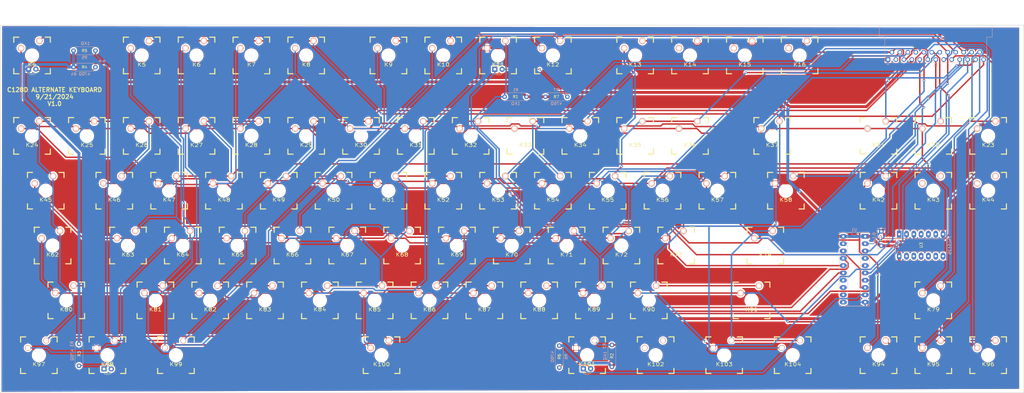
<source format=kicad_pcb>
(kicad_pcb (version 20221018) (generator pcbnew)
  (title_block (title "LH_104v3.3.3") (date "2019-04-07") (rev "3.3") (company "KE8DZW"))
  (layers (0 "F.Cu" signal) (31 "B.Cu" signal) (34 "B.Paste" user) (35 "F.Paste" user) (36 "B.SilkS" user "B.Silkscreen") (37 "F.SilkS" user "F.Silkscreen") (38 "B.Mask" user) (39 "F.Mask" user) (44 "Edge.Cuts" user))
  (net 0 "")
  (net 1 "Net-(D1-A)")
  (net 2 "Net-(D2-A)")
  (net 3 "Net-(D3-A)")
  (net 4 "PIN22")
  (net 5 "Net-(D4-A)")
  (net 6 "VCC")
  (net 8 "PIN12")
  (net 9 "PIN13")
  (net 10 "PIN8")
  (net 15 "PIN7")
  (net 18 "PIN6")
  (net 19 "PIN5")
  (net 20 "PIN21")
  (net 22 "PIN24")
  (net 23 "PIN1")
  (net 24 "PIN23")
  (net 25 "PIN9")
  (net 26 "PIN14")
  (net 27 "PIN10")
  (net 28 "PIN20")
  (net 29 "PIN11")
  (net 30 "PIN19")
  (net 31 "PIN18")
  (net 32 "PIN17")
  (net 33 "PIN16")
  (net 34 "PIN15")
  (net 35 "PIN3")
  (net 36 "PIN25")
  (net 37 "SHIFTLOCK")
  (net 38 "CAPSLED")
  (net 42 "SHIFTLED")
  (net 44 "4080LED")
  (net 47 "4080TOGGLE")
  (net 48 "CAPSLOCTOGGLE")
  (net 50 "~{LOCKOUT}")
  (footprint "pcb:CHERRY_PLATE_100H" (layer "F.Cu") (at 64.3255 133.731)
    (fp_text reference "K4")
    (fp_text value "ESC" hide)
  )
  (footprint "pcb:CHERRY_PLATE_100H" (layer "F.Cu") (at 102.4255 133.731)
    (fp_text reference "K5")
    (fp_text value "F1" hide)
  )
  (footprint "pcb:CHERRY_PLATE_100H" (layer "F.Cu") (at 121.4755 133.731)
    (fp_text reference "K6")
    (fp_text value "F3" hide)
  )
  (footprint "pcb:CHERRY_PLATE_100H" (layer "F.Cu") (at 140.5255 133.731)
    (fp_text reference "K7")
    (fp_text value "F5" hide)
  )
  (footprint "pcb:CHERRY_PLATE_100H" (layer "F.Cu") (at 159.5755 133.731)
    (fp_text reference "K8")
    (fp_text value "F7" hide)
  )
  (footprint "pcb:CHERRY_PLATE_100H" (layer "F.Cu") (at 188.1505 133.731)
    (fp_text reference "K9")
    (fp_text value "HELP" hide)
  )
  (footprint "pcb:CHERRY_PLATE_100H" (layer "F.Cu") (at 207.2005 133.731)
    (fp_text reference "K10")
    (fp_text value "LINEFEED" hide)
  )
  (footprint "pcb:CHERRY_PLATE_100H" (layer "F.Cu") (at 226.2505 133.731)
    (fp_text reference "K11")
    (fp_text value "4080" hide)
  )
  (footprint "pcb:CHERRY_PLATE_100H" (layer "F.Cu") (at 245.3005 133.731)
    (fp_text reference "K12")
    (fp_text value "NOSCROLL" hide)
  )
  (footprint "pcb:CHERRY_PLATE_100H" (layer "F.Cu") (at 273.8755 133.731)
    (fp_text reference "K13")
    (fp_text value "POUND" hide)
  )
  (footprint "pcb:CHERRY_PLATE_100H" (layer "F.Cu") (at 292.9255 133.731)
    (fp_text reference "K14")
    (fp_text value "DEAD" hide)
  )
  (footprint "pcb:CHERRY_PLATE_100H" (layer "F.Cu") (at 311.9755 133.731)
    (fp_text reference "K15")
    (fp_text value "DEAD" hide)
  )
  (footprint "pcb:CHERRY_PLATE_100H" (layer "F.Cu") (at 102.4255 161.671)
    (fp_text reference "K26")
    (fp_text value "2" hide)
  )
  (footprint "pcb:CHERRY_PLATE_100H" (layer "F.Cu") (at 121.4755 161.671)
    (fp_text reference "K27")
    (fp_text value "3" hide)
  )
  (footprint "pcb:CHERRY_PLATE_100H" (layer "F.Cu") (at 140.5255 161.671)
    (fp_text reference "K28")
    (fp_text value "4" hide)
  )
  (footprint "pcb:CHERRY_PLATE_100H" (layer "F.Cu") (at 159.5755 161.671)
    (fp_text reference "K29")
    (fp_text value "5" hide)
  )
  (footprint "pcb:CHERRY_PLATE_100H" (layer "F.Cu") (at 178.6255 161.671)
    (fp_text reference "K30")
    (fp_text value "6" hide)
  )
  (footprint "pcb:CHERRY_PLATE_100H" (layer "F.Cu") (at 197.6755 161.671)
    (fp_text reference "K31")
    (fp_text value "7" hide)
  )
  (footprint "pcb:CHERRY_PLATE_100H" (layer "F.Cu") (at 216.7255 161.671)
    (fp_text reference "K32")
    (fp_text value "8" hide)
  )
  (footprint "pcb:CHERRY_PLATE_100H" (layer "F.Cu") (at 235.7755 161.671)
    (fp_text reference "K33")
    (fp_text value "9" hide)
  )
  (footprint "pcb:CHERRY_PLATE_100H" (layer "F.Cu") (at 254.8255 161.671)
    (fp_text reference "K34")
    (fp_text value "0" hide)
  )
  (footprint "pcb:CHERRY_PLATE_100H" (layer "F.Cu") (at 273.8755 161.671)
    (fp_text reference "K35")
    (fp_text value "+" hide)
  )
  (footprint "pcb:CHERRY_PLATE_100H" (layer "F.Cu") (at 292.9255 161.671)
    (fp_text reference "K36")
    (fp_text value "-" hide)
  )
  (footprint "pcb:CHERRY_PLATE_200H" (layer "F.Cu") (at 321.5005 161.671)
    (fp_text reference "K37")
    (fp_text value "INSDEL" hide)
  )
  (footprint "pcb:CHERRY_PLATE_100H" (layer "F.Cu") (at 358.4321 180.721)
    (fp_text reference "K42")
    (fp_text value "=" hide)
  )
  (footprint "pcb:CHERRY_PLATE_100H" (layer "F.Cu") (at 377.4821 180.721)
    (fp_text reference "K43")
    (fp_text value "DEAD" hide)
  )
  (footprint "pcb:CHERRY_PLATE_100H" (layer "F.Cu") (at 396.5321 180.721)
    (fp_text reference "K44")
    (fp_text value "DEAD" hide)
  )
  (footprint "pcb:CHERRY_PLATE_100H" (layer "F.Cu") (at 92.9005 180.721)
    (fp_text reference "K46")
    (fp_text value "Q" hide)
  )
  (footprint "pcb:CHERRY_PLATE_100H" (layer "F.Cu") (at 111.9505 180.721)
    (fp_text reference "K47")
    (fp_text value "W" hide)
  )
  (footprint "pcb:CHERRY_PLATE_100H" (layer "F.Cu") (at 131.0005 180.721)
    (fp_text reference "K48")
    (fp_text value "E" hide)
  )
  (footprint "pcb:CHERRY_PLATE_100H" (layer "F.Cu") (at 150.0505 180.721)
    (fp_text reference "K49")
    (fp_text value "R" hide)
  )
  (footprint "pcb:CHERRY_PLATE_100H" (layer "F.Cu") (at 169.1005 180.721)
    (fp_text reference "K50")
    (fp_text value "T" hide)
  )
  (footprint "pcb:CHERRY_PLATE_100H" (layer "F.Cu") (at 188.1505 180.721)
    (fp_text reference "K51")
    (fp_text value "Y" hide)
  )
  (footprint "pcb:CHERRY_PLATE_100H" (layer "F.Cu") (at 207.2005 180.721)
    (fp_text reference "K52")
    (fp_text value "U" hide)
  )
  (footprint "pcb:CHERRY_PLATE_100H" (layer "F.Cu") (at 226.2505 180.721)
    (fp_text reference "K53")
    (fp_text value "I" hide)
  )
  (footprint "pcb:CHERRY_PLATE_100H" (layer "F.Cu") (at 245.3005 180.721)
    (fp_text reference "K54")
    (fp_text value "O" hide)
  )
  (footprint "pcb:CHERRY_PLATE_100H" (layer "F.Cu") (at 264.3505 180.721)
    (fp_text reference "K55")
    (fp_text value "P" hide)
  )
  (footprint "pcb:CHERRY_PLATE_100H" (layer "F.Cu") (at 283.4005 180.721)
    (fp_text reference "K56")
    (fp_text value "AT" hide)
  )
  (footprint "pcb:CHERRY_PLATE_100H" (layer "F.Cu") (at 302.4505 180.721)
    (fp_text reference "K57")
    (fp_text value "ASTERISK" hide)
  )
  (footprint "pcb:CHERRY_PLATE_150H" (layer "F.Cu") (at 326.2605 180.721)
    (fp_text reference "K58")
    (fp_text value "RESTORE" hide)
  )
  (footprint "pcb:CHERRY_PLATE_100H" (layer "F.Cu") (at 97.6505 199.771)
    (fp_text reference "K63")
    (fp_text value "A" hide)
  )
  (footprint "pcb:CHERRY_PLATE_100H" (layer "F.Cu") (at 135.7505 199.771)
    (fp_text reference "K65")
    (fp_text value "D" hide)
  )
  (footprint "pcb:CHERRY_PLATE_100H" (layer "F.Cu") (at 154.8005 199.771)
    (fp_text reference "K66")
    (fp_text value "F" hide)
  )
  (footprint "pcb:CHERRY_PLATE_100H" (layer "F.Cu") (at 173.8505 199.771)
    (fp_text reference "K67")
    (fp_text value "G" hide)
  )
  (footprint "pcb:CHERRY_PLATE_100H" (layer "F.Cu") (at 192.9005 199.771)
    (fp_text reference "K68")
    (fp_text value "H" hide)
  )
  (footprint "pcb:CHERRY_PLATE_100H" (layer "F.Cu") (at 211.9505 199.771)
    (fp_text reference "K69")
    (fp_text value "J" hide)
  )
  (footprint "pcb:CHERRY_PLATE_100H" (layer "F.Cu") (at 231.0005 199.771)
    (fp_text reference "K70")
    (fp_text value "K" hide)
  )
  (footprint "pcb:CHERRY_PLATE_100H" (layer "F.Cu") (at 250.0505 199.771)
    (fp_text reference "K71")
    (fp_text value "L" hide)
  )
  (footprint "pcb:CHERRY_PLATE_100H" (layer "F.Cu") (at 269.1005 199.771)
    (fp_text reference "K72")
    (fp_text value ":" hide)
  )
  (footprint "pcb:CHERRY_PLATE_100H" (layer "F.Cu") (at 288.1505 199.771)
    (fp_text reference "K73")
    (fp_text value ";" hide)
  )
  (footprint "pcb:CHERRY_PLATE_225H" (layer "F.Cu") (at 319.1055 199.771)
    (fp_text reference "K74")
    (fp_text value "RETURN" hide)
  )
  (footprint "pcb:CHERRY_PLATE_100H" (layer "F.Cu") (at 377.4821 218.821)
    (fp_text reference "K79")
    (fp_text value "KEYPAD_UP" hide)
  )
  (footprint "pcb:CHERRY_PLATE_100H" (layer "F.Cu") (at 107.1755 218.821)
    (fp_text reference "K81")
    (fp_text value "Z" hide)
  )
  (footprint "pcb:CHERRY_PLATE_100H" (layer "F.Cu") (at 126.2255 218.821)
    (fp_text reference "K82")
    (fp_text value "X" hide)
  )
  (footprint "pcb:CHERRY_PLATE_100H" (layer "F.Cu") (at 145.2755 218.821)
    (fp_text reference "K83")
    (fp_text value "C" hide)
  )
  (footprint "pcb:CHERRY_PLATE_100H" (layer "F.Cu") (at 164.3255 218.821)
    (fp_text reference "K84")
    (fp_text value "V" hide)
  )
  (footprint "pcb:CHERRY_PLATE_100H" (layer "F.Cu") (at 183.3755 218.821)
    (fp_text reference "K85")
    (fp_text value "B" hide)
  )
  (footprint "pcb:CHERRY_PLATE_100H" (layer "F.Cu") (at 202.4255 218.821)
    (fp_text reference "K86")
    (fp_text value "N" hide)
  )
  (footprint "pcb:CHERRY_PLATE_100H" (layer "F.Cu") (at 221.4755 218.821)
    (fp_text reference "K87")
    (fp_text value "M" hide)
  )
  (footprint "pcb:CHERRY_PLATE_100H" (layer "F.Cu") (at 240.5255 218.821)
    (fp_text reference "K88")
    (fp_text value "," hide)
  )
  (footprint "pcb:CHERRY_PLATE_100H" (layer "F.Cu") (at 259.5755 218.821)
    (fp_text reference "K89")
    (fp_text value "." hide)
  )
  (footprint "pcb:CHERRY_PLATE_100H" (layer "F.Cu") (at 278.6255 218.821)
    (fp_text reference "K90")
    (fp_text value "/" hide)
  )
  (footprint "pcb:CHERRY_PLATE_275H" (layer "F.Cu") (at 314.3405 218.821)
    (fp_text reference "K91")
    (fp_text value "RSHIFT" hide)
  )
  (footprint "pcb:CHERRY_PLATE_100H" (layer "F.Cu") (at 358.4321 237.871)
    (fp_text reference "K94")
    (fp_text value "KEYPAD_LEFT" hide)
  )
  (footprint "pcb:CHERRY_PLATE_100H" (layer "F.Cu") (at 377.4821 237.871)
    (fp_text reference "K95")
    (fp_text value "KEYPAD_DOWN" hide)
  )
  (footprint "pcb:CHERRY_PLATE_100H" (layer "F.Cu") (at 396.5321 237.871)
    (fp_text reference "K96")
    (fp_text value "KEYPAD_RIGHT" hide)
  )
  (footprint "pcb:CHERRY_PLATE_125H" (layer "F.Cu") (at 90.5105 237.871)
    (fp_text reference "K98")
    (fp_text value "CAPSLOCK" hide)
  )
  (footprint "pcb:CHERRY_PLATE_125H" (layer "F.Cu") (at 114.3205 237.871)
    (fp_text reference "K99")
    (fp_text value "ALT" hide)
  )
  (footprint "pcb:CHERRY_PLATE_625H" (layer "F.Cu") (at 185.7555 237.871)
    (fp_text reference "K100")
    (fp_text value "SPACE" hide)
  )
  (footprint "pcb:CHERRY_PLATE_125H" (layer "F.Cu") (at 257.1955 237.871)
    (fp_text reference "K101")
    (fp_text value "SHIFTLOCK" hide)
  )
  (footprint "pcb:CHERRY_PLATE_125H" (layer "F.Cu") (at 281.0055 237.871)
    (fp_text reference "K102")
    (fp_text value "DEAD" hide)
  )
  (footprint "pcb:CHERRY_PLATE_125H" (layer "F.Cu") (at 304.8155 237.871)
    (fp_text reference "K103")
    (fp_text value "CRSRUPDOWN" hide)
  )
  (footprint "pcb:CHERRY_PLATE_125H" (layer "F.Cu") (at 328.6255 237.871)
    (fp_text reference "K104")
    (fp_text value "CRSRLEFTRIGHT" hide)
  )
  (footprint "pcb:CHERRY_PLATE_100H" (layer "F.Cu") (at 358.4321 161.671)
    (fp_text reference "K21")
    (fp_text value "CLRHOME" hide)
  )
  (footprint "pcb:CHERRY_PLATE_100H" (layer "F.Cu") (at 396.5321 161.671)
    (fp_text reference "K23")
    (fp_text value "UPARROW" hide)
  )
  (footprint "pcb:CHERRY_PLATE_100H" (layer "F.Cu") (at 377.4821 161.671)
    (fp_text reference "K22")
    (fp_text value "TAB" hide)
  )
  (footprint "pcb:CHERRY_PLATE_150H" (layer "F.Cu") (at 69.0805 180.721)
    (fp_text reference "K45")
    (fp_text value "CONTROL" hide)
  )
  (footprint "pcb:CHERRY_PLATE_175H" (layer "F.Cu") (at 71.4635 199.771)
    (fp_text reference "K62")
    (fp_text value "RUNSTOP" hide)
  )
  (footprint "pcb:CHERRY_PLATE_225H" (layer "F.Cu") (at 76.2255 218.821)
    (fp_text reference "K80")
    (fp_text value "SHIFTL" hide)
  )
  (footprint "pcb:CHERRY_PLATE_125H" (layer "F.Cu") (at 66.7005 237.871)
    (fp_text reference "K97")
    (fp_text value "COMMODORE" hide)
  )
  (footprint "pcb:CHERRY_PLATE_100H" (layer "F.Cu") (at 116.7005 199.771)
    (fp_text reference "K64")
    (fp_text value "S" hide)
  )
  (footprint "pcb:CHERRY_PLATE_100H" (layer "F.Cu") (at 331.0255 133.731)
    (fp_text reference "K16")
    (fp_text value "DEAD" hide)
  )
  (footprint "pcb:CHERRY_PLATE_100H" (layer "F.Cu") (at 83.3755 161.671)
    (fp_text reference "K25")
    (fp_text value "1" hide)
  )
  (footprint "pcb:CHERRY_PLATE_100H" (layer "F.Cu") (at 64.3255 161.671)
    (fp_text reference "K24")
    (fp_text value "BACKARROW" hide)
  )
  (footprint "LED_THT:LED_D3.0mm" (layer "F.Cu") (at 89.3218 242.6462)
    (fp_text reference "D1")
    (fp_text value "CAPS")
  )
  (footprint "LED_THT:LED_D3.0mm" (layer "F.Cu") (at 63.114 138.4554)
    (fp_text reference "D2")
    (fp_text value "Power")
  )
  (footprint "LED_THT:LED_D3.0mm" (layer "F.Cu") (at 255.8746 242.57)
    (fp_text reference "D3")
    (fp_text value "SHIFT")
  )
  (footprint "LED_THT:LED_D3.0mm" (layer "F.Cu") (at 225.1152 138.5316)
    (fp_text reference "D4")
    (fp_text value "4080")
  )
  (footprint "Connector_Dsub:DSUB-25_Male_Horizontal_P2.77x2.54mm_EdgePinOffset9.40mm" (layer "B.Cu") (at 361.708 135.1493)
    (fp_text reference "J1")
    (fp_text value "DB25_Male")
  )
  (footprint "Resistor_THT:R_Axial_DIN0207_L6.3mm_D2.5mm_P7.62mm_Horizontal" (layer "B.Cu") (at 236.143 148.082 180)
    (fp_text reference "R1")
    (fp_text value "1KΩ")
  )
  (footprint "Package_DIP:DIP-14_W7.62mm_Socket_LongPads" (layer "B.Cu") (at 365.628 195.844 -90)
    (fp_text reference "U3")
    (fp_text value "74LS125")
  )
  (footprint "Resistor_THT:R_Axial_DIN0207_L6.3mm_D2.5mm_P7.62mm_Horizontal" (layer "B.Cu") (at 265.811 241.935 90)
    (fp_text reference "R2")
    (fp_text value "1KΩ")
  )
  (footprint "Package_DIP:DIP-20_W7.62mm_Socket_LongPads" (layer "B.Cu") (at 353.822 196.596 180)
    (fp_text reference "U1")
    (fp_text value "ATtiny2313-20P")
  )
  (footprint "Resistor_THT:R_Axial_DIN0207_L6.3mm_D2.5mm_P7.62mm_Horizontal" (layer "B.Cu") (at 80.645 241.554 90)
    (fp_text reference "R3")
    (fp_text value "470Ω")
  )
  (footprint "Resistor_THT:R_Axial_DIN0207_L6.3mm_D2.5mm_P7.62mm_Horizontal" (layer "B.Cu") (at 78.74 132.08)
    (fp_text reference "R5")
    (fp_text value "1KΩ")
  )
  (footprint "Capacitor_THT:C_Disc_D7.0mm_W2.5mm_P5.00mm" (layer "B.Cu") (at 359.41 199.858 90)
    (fp_text reference "C1")
    (fp_text value "0.1µF")
  )
  (footprint "Resistor_THT:R_Axial_DIN0207_L6.3mm_D2.5mm_P7.62mm_Horizontal" (layer "B.Cu") (at 86.36 137.795 180)
    (fp_text reference "R4")
    (fp_text value "470Ω")
  )
  (footprint "Resistor_THT:R_Axial_DIN0207_L6.3mm_D2.5mm_P7.62mm_Horizontal" (layer "B.Cu") (at 247.523 242.189 90)
    (fp_text reference "R6")
    (fp_text value "470Ω")
  )
  (footprint "Resistor_THT:R_Axial_DIN0207_L6.3mm_D2.5mm_P7.62mm_Horizontal" (layer "B.Cu") (at 250.317 148.082 180)
    (fp_text reference "R7")
    (fp_text value "470Ω")
  )
  (gr_line (start 54.2163 123.2154) (end 116.0883 123.216) (stroke (width 0.15)) (layer "Edge.Cuts"))
  (gr_line (start 408.94 123.19) (end 134.0643 123.2154) (stroke (width 0.15)) (layer "Edge.Cuts"))
  (gr_line (start 53.5813 250.9774) (end 53.2638 250.9774) (stroke (width 0.15)) (layer "Edge.Cuts"))
  (gr_line (start 116.0883 123.216) (end 134.0643 123.2154) (stroke (width 0.15)) (layer "Edge.Cuts"))
  (gr_line (start 53.2638 250.2154) (end 53.2638 250.9774) (stroke (width 0.15)) (layer "Edge.Cuts"))
  (gr_line (start 54.2163 123.2154) (end 53.5813 123.2154) (stroke (width 0.15)) (layer "Edge.Cuts"))
  (gr_line (start 408.94 250.952) (end 408.94 123.19) (stroke (width 0.15)) (layer "Edge.Cuts"))
  (gr_line (start 53.5813 250.9774) (end 408.94 250.952) (stroke (width 0.15)) (layer "Edge.Cuts"))
  (gr_line (start 53.2638 123.2154) (end 53.2638 250.2154) (stroke (width 0.15)) (layer "Edge.Cuts"))
  (gr_line (start 53.2638 123.2154) (end 53.5813 123.2154) (stroke (width 0.15)) (layer "Edge.Cuts"))
  (gr_text "C128D ALTERNATE KEYBOARD\n9/21/2024\nV1.0" (at 72.136 148.082) (layer "F.SilkS") (effects (font (size 1.5 1.5) (thickness 0.3))))
  (segment (start 90.6329 241.4173) (end 80.7817 241.4173) (width 0.25) (layer "B.Cu") (net 1))
  (segment (start 91.8618 242.6462) (end 90.6329 241.4173) (width 0.25) (layer "B.Cu") (net 1))
  (segment (start 80.7817 241.4173) (end 80.645 241.554) (width 0.25) (layer "B.Cu") (net 1))
  (segment (start 85.2334 138.9216) (end 86.36 137.795) (width 0.25) (layer "F.Cu") (net 2))
  (segment (start 66.1202 138.9216) (end 85.2334 138.9216) (width 0.25) (layer "F.Cu") (net 2))
  (segment (start 65.654 138.4554) (end 66.1202 138.9216) (width 0.25) (layer "F.Cu") (net 2))
  (segment (start 248.3672 241.3448) (end 247.523 242.189) (width 0.25) (layer "F.Cu") (net 3))
  (segment (start 257.1894 241.3448) (end 248.3672 241.3448) (width 0.25) (layer "F.Cu") (net 3))
  (segment (start 258.4146 242.57) (end 257.1894 241.3448) (width 0.25) (layer "F.Cu") (net 3))
  (segment (start 381.1743 128.5306) (end 380.114 128.5306) (width 0.5) (layer "F.Cu") (net 4))
  (segment (start 385.253 132.6093) (end 381.1743 128.5306) (width 0.5) (layer "F.Cu") (net 4))
  (segment (start 209.7405 127.0486) (end 68.4679 127.0486) (width 0.5) (layer "F.Cu") (net 4))
  (segment (start 377.9132 126.3298) (end 210.4593 126.3298) (width 0.5) (layer "F.Cu") (net 4))
  (segment (start 209.7405 127.0486) (end 209.7405 128.651) (width 0.5) (layer "F.Cu") (net 4))
  (segment (start 68.4679 127.0486) (end 66.8655 128.651) (width 0.5) (layer "F.Cu") (net 4))
  (segment (start 210.4593 126.3298) (end 209.7405 127.0486) (width 0.5) (layer "F.Cu") (net 4))
  (segment (start 380.114 128.5306) (end 377.9132 126.3298) (width 0.5) (layer "F.Cu") (net 4))
  (segment (start 227.6552 138.5316) (end 240.7666 138.5316) (width 0.25) (layer "F.Cu") (net 5))
  (via (at 240.7666 138.5316) (size 0.8) (drill 0.4) (layers "F.Cu" "B.Cu") (net 5))
  (segment (start 250.317 148.082) (end 240.7666 138.5316) (width 0.25) (layer "B.Cu") (net 5))
  (segment (start 350.6539 225.175) (end 282.571 225.175) (width 1) (layer "F.Cu") (net 6))
  (segment (start 354.2616 151.5079) (end 327.354 151.5079) (width 1) (layer "F.Cu") (net 6))
  (segment (start 365.628 203.464) (end 365.628 201.5639) (width 1) (layer "F.Cu") (net 6))
  (segment (start 365.628 210.2009) (end 350.6539 225.175) (width 1) (layer "F.Cu") (net 6))
  (segment (start 327.354 151.7349) (end 327.354 151.5079) (width 1) (layer "F.Cu") (net 6))
  (segment (start 346.202 196.596) (end 344.3019 196.596) (width 1) (layer "F.Cu") (net 6))
  (segment (start 370.018 135.7515) (end 354.2616 151.5079) (width 1) (layer "F.Cu") (net 6))
  (segment (start 282.571 225.175) (end 265.811 241.935) (width 1) (layer "F.Cu") (net 6))
  (segment (start 363.9221 199.858) (end 365.628 201.5639) (width 1) (layer "F.Cu") (net 6))
  (segment (start 322.4105 146.5644) (end 245.7147 146.5644) (width 1) (layer "F.Cu") (net 6))
  (segment (start 242.697 148.082) (end 244.1971 148.082) (width 1) (layer "F.Cu") (net 6))
  (segment (start 370.018 135.1493) (end 370.018 135.7515) (width 1) (layer "F.Cu") (net 6))
  (segment (start 358.9841 199.858) (end 359.41 199.858) (width 1) (layer "F.Cu") (net 6))
  (segment (start 365.628 203.464) (end 365.628 210.2009) (width 1) (layer "F.Cu") (net 6))
  (segment (start 81.7723 136.2628) (end 90.2463 136.2628) (width 1) (layer "F.Cu") (net 6))
  (segment (start 359.41 199.858) (end 363.9221 199.858) (width 1) (layer "F.Cu") (net 6))
  (segment (start 90.2463 136.2628) (end 96.9271 142.9436) (width 1) (layer "F.Cu") (net 6))
  (segment (start 331.0735 181.084) (end 344.3019 194.3124) (width 1) (layer "F.Cu") (net 6))
  (segment (start 96.9271 142.9436) (end 231.0046 142.9436) (width 1) (layer "F.Cu") (net 6))
  (segment (start 245.7147 146.5644) (end 244.1971 148.082) (width 1) (layer "F.Cu") (net 6))
  (segment (start 327.354 151.5079) (end 322.4105 146.5644) (width 1) (layer "F.Cu") (net 6))
  (segment (start 78.74 137.795) (end 80.2401 137.795) (width 1) (layer "F.Cu") (net 6))
  (segment (start 355.7221 196.596) (end 358.9841 199.858) (width 1) (layer "F.Cu") (net 6))
  (segment (start 344.3019 194.3124) (end 344.3019 196.596) (width 1) (layer "F.Cu") (net 6))
  (segment (start 242.697 148.082) (end 236.143 148.082) (width 1) (layer "F.Cu") (net 6))
  (segment (start 231.0046 142.9436) (end 236.143 148.082) (width 1) (layer "F.Cu") (net 6))
  (segment (start 327.2013 151.8876) (end 327.354 151.7349) (width 1) (layer "F.Cu") (net 6))
  (segment (start 353.822 196.596) (end 355.7221 196.596) (width 1) (layer "F.Cu") (net 6))
  (segment (start 80.2401 137.795) (end 81.7723 136.2628) (width 1) (layer "F.Cu") (net 6))
  (via (at 327.2013 151.8876) (size 0.8) (drill 0.4) (layers "F.Cu" "B.Cu") (net 6))
  (via (at 331.0735 181.084) (size 0.8) (drill 0.4) (layers "F.Cu" "B.Cu") (net 6))
  (segment (start 61.5138 148.6327) (end 80.645 167.7639) (width 1) (layer "B.Cu") (net 6))
  (segment (start 327.2013 151.8876) (end 326.9257 152.1632) (width 1) (layer "B.Cu") (net 6))
  (segment (start 265.811 241.935) (end 264.4728 240.5968) (width 1) (layer "B.Cu") (net 6))
  (segment (start 255.0509 240.5968) (end 249.0231 234.569) (width 1) (layer "B.Cu") (net 6))
  (segment (start 326.9257 152.1632) (end 326.9257 176.9362) (width 1) (layer "B.Cu") (net 6))
  (segment (start 61.8712 136.8547) (end 61.5138 137.2121) (width 1) (layer "B.Cu") (net 6))
  (segment (start 80.645 167.7639) (end 80.645 233.934) (width 1) (layer "B.Cu") (net 6))
  (segment (start 76.2996 136.8547) (end 61.8712 136.8547) (width 1) (layer "B.Cu") (net 6))
  (segment (start 77.2399 137.795) (end 76.2996 136.8547) (width 1) (layer "B.Cu") (net 6))
  (segment (start 353.822 196.596) (end 346.202 196.596) (width 1) (layer "B.Cu") (net 6))
  (segment (start 264.4728 240.5968) (end 255.0509 240.5968) (width 1) (layer "B.Cu") (net 6))
  (segment (start 247.523 234.569) (end 249.0231 234.569) (width 1) (layer "B.Cu") (net 6))
  (segment (start 61.5138 137.2121) (end 61.5138 148.6327) (width 1) (layer "B.Cu") (net 6))
  (segment (start 326.9257 176.9362) (end 331.0735 181.084) (width 1) (layer "B.Cu") (net 6))
  (segment (start 78.74 137.795) (end 78.74 132.08) (width 1) (layer "B.Cu") (net 6))
  (segment (start 78.74 137.795) (end 77.2399 137.795) (width 1) (layer "B.Cu") (net 6))
  (segment (start 193.8655 159.131) (end 187.0992 159.131) (width 0.5) (layer "F.Cu") (net 8))
  (segment (start 390.2099 137.1174) (end 385.6187 137.1174) (width 0.5) (layer "F.Cu") (net 8))
  (segment (start 103.4648 157.5353) (end 96.0458 157.5353) (width 0.5) (layer "F.Cu") (net 8))
  (segment (start 282.7926 158.2382) (end 270.9583 158.2382) (width 0.5) (layer "F.Cu") (net 8))
  (segment (start 241.515 157.5378) (end 239.9218 159.131) (width 0.5) (layer "F.Cu") (net 8))
  (segment (start 255.7723 157.5378) (end 241.515 157.5378) (width 0.5) (layer "F.Cu") (net 8))
  (segment (start 186.1357 158.1675) (end 180.1812 164.122) (width 0.5) (layer "F.Cu") (net 8))
  (segment (start 317.6905 159.131) (end 316.9903 158.4308) (width 0.5) (layer "F.Cu") (net 8))
  (segment (start 203.4981 160.7246) (end 201.9045 159.131) (width 0.5) (layer "F.Cu") (net 8))
  (segment (start 130.3926 158.1842) (end 118.6123 158.1842) (width 0.5) (layer "F.Cu") (net 8))
  (segment (start 105.0605 159.131) (end 103.4648 157.5353) (width 0.5) (layer "F.Cu") (net 8))
  (segment (start 256.6653 158.4308) (end 255.7723 157.5378) (width 0.5) (layer "F.Cu") (net 8))
  (segment (start 215.7764 159.131) (end 214.1828 160.7246) (width 0.5) (layer "F.Cu") (net 8))
  (segment (start 316.9903 158.4308) (end 294.7653 158.4308) (width 0.5) (layer "F.Cu") (net 8))
  (segment (start 160.58 159.131) (end 155.7655 159.131) (width 0.5) (layer "F.Cu") (net 8))
  (segment (start 270.0655 131.191) (end 270.0655 136.3877) (width 0.5) (layer "F.Cu") (net 8))
  (segment (start 131.039 157.5378) (end 130.3926 158.1842) (width 0.5) (layer "F.Cu") (net 8))
  (segment (start 239.9218 159.131) (end 231.9655 159.131) (width 0.5) (layer "F.Cu") (net 8))
  (segment (start 283.493 157.5378) (end 282.7926 158.2382) (width 0.5) (layer "F.Cu") (net 8))
  (segment (start 118.6123 158.1842) (end 117.6655 159.131) (width 0.5) (layer "F.Cu") (net 8))
  (segment (start 79.5655 159.131) (end 78.8653 158.4308) (width 0.5) (layer "F.Cu") (net 8))
  (segment (start 214.1828 160.7246) (end 203.4981 160.7246) (width 0.5) (layer "F.Cu") (net 8))
  (segment (start 117.6655 159.131) (end 105.0605 159.131) (width 0.5) (layer "F.Cu") (net 8))
  (segment (start 231.9655 159.131) (end 215.7764 159.131) (width 0.5) (layer "F.Cu") (net 8))
  (segment (start 155.7655 159.131) (end 143.0655 159.131) (width 0.5) (layer "F.Cu") (net 8))
  (segment (start 201.9045 159.131) (end 193.8655 159.131) (width 0.5) (layer "F.Cu") (net 8))
  (segment (start 270.0655 159.131) (end 269.3653 158.4308) (width 0.5) (layer "F.Cu") (net 8))
  (segment (start 143.0655 159.131) (end 141.4723 157.5378) (width 0.5) (layer "F.Cu") (net 8))
  (segment (start 96.0458 157.5353) (end 94.4501 159.131) (width 0.5) (layer "F.Cu") (net 8))
  (segment (start 293.8723 157.5378) (end 283.493 157.5378) (width 0.5) (layer "F.Cu") (net 8))
  (segment (start 187.0992 159.131) (end 186.1357 158.1675) (width 0.5) (layer "F.Cu") (net 8))
  (segment (start 66.4269 158.4308) (end 60.5155 152.5194) (width 0.5) (layer "F.Cu") (net 8))
  (segment (start 165.571 164.122) (end 160.58 159.131) (width 0.5) (layer "F.Cu") (net 8))
  (segment (start 180.1812 164.122) (end 165.571 164.122) (width 0.5) (layer "F.Cu") (net 8))
  (segment (start 294.7653 158.4308) (end 293.8723 157.5378) (width 0.5) (layer "F.Cu") (net 8))
  (segment (start 270.0655 136.3877) (end 273.8446 140.1668) (width 0.5) (layer "F.Cu") (net 8))
  (segment (start 392.178 135.1493) (end 390.2099 137.1174) (width 0.5) (layer "F.Cu") (net 8))
  (segment (start 60.5155 152.5194) (end 60.5155 131.191) (width 0.5) (layer "F.Cu") (net 8))
  (segment (start 78.8653 158.4308) (end 66.4269 158.4308) (width 0.5) (layer "F.Cu") (net 8))
  (segment (start 270.9583 158.2382) (end 270.0655 159.131) (width 0.5) (layer "F.Cu") (net 8))
  (segment (start 141.4723 157.5378) (end 131.039 157.5378) (width 0.5) (layer "F.Cu") (net 8))
  (segment (start 94.4501 159.131) (end 79.5655 159.131) (width 0.5) (layer "F.Cu") (net 8))
  (segment (start 269.3653 158.4308) (end 256.6653 158.4308) (width 0.5) (layer "F.Cu") (net 8))
  (via (at 385.6187 137.1174) (size 0.8) (drill 0.4) (layers "F.Cu" "B.Cu") (net 8))
  (via (at 273.8446 140.1668) (size 0.8) (drill 0.4) (layers "F.Cu" "B.Cu") (net 8))
  (via (at 186.1357 158.1675) (size 0.8) (drill 0.4) (layers "F.Cu" "B.Cu") (net 8))
  (segment (start 335.3115 141.51) (end 317.6905 159.131) (width 0.5) (layer "B.Cu") (net 8))
  (segment (start 121.5447 205.8413) (end 121.5447 176.5611) (width 0.5) (layer "B.Cu") (net 8))
  (segment (start 385.6187 137.1174) (end 381.2261 141.51) (width 0.5) (layer "B.Cu") (net 8))
  (segment (start 110.5105 216.8755) (end 121.5447 205.8413) (width 0.5) (layer "B.Cu") (net 8))
  (segment (start 186.6712 145.0329) (end 184.3405 142.7022) (width 0.5) (layer "B.Cu") (net 8))
  (segment (start 381.2261 141.51) (end 335.3115 141.51) (width 0.5) (layer "B.Cu") (net 8))
  (segment (start 110.5105 235.331) (end 110.5105 216.8755) (width 0.5) (layer "B.Cu") (net 8))
  (segment (start 186.1357 158.1675) (end 186.6712 157.632) (width 0.5) (layer "B.Cu") (net 8))
  (segment (start 117.6655 172.6819) (end 117.6655 159.131) (width 0.5) (layer "B.Cu") (net 8))
  (segment (start 273.8446 155.3519) (end 273.8446 140.1668) (width 0.5) (layer "B.Cu") (net 8))
  (segment (start 186.6712 157.632) (end 186.6712 145.0329) (width 0.5) (layer "B.Cu") (net 8))
  (segment (start 121.5447 176.5611) (end 117.6655 172.6819) (width 0.5) (layer "B.Cu") (net 8))
  (segment (start 270.0655 159.131) (end 273.8446 155.3519) (width 0.5) (layer "B.Cu") (net 8))
  (segment (start 184.3405 142.7022) (end 184.3405 131.191) (width 0.5) (layer "B.Cu") (net 8))
  (segment (start 143.0655 128.651) (end 124.0155 128.651) (width 0.5) (layer "F.Cu") (net 9))
  (segment (start 331.1655 232.791) (end 307.3555 232.791) (width 0.5) (layer "F.Cu") (net 9))
  (segment (start 124.0155 128.651) (end 104.9655 128.651) (width 0.5) (layer "F.Cu") (net 9))
  (segment (start 162.1155 128.651) (end 143.0655 128.651) (width 0.5) (layer "F.Cu") (net 9))
  (segment (start 324.0405 154.998) (end 323.0804 154.0379) (width 0.5) (layer "F.Cu") (net 9))
  (segment (start 322.802 192.2367) (end 321.6455 193.3932) (width 0.5) (layer "F.Cu") (net 9))
  (segment (start 323.0804 154.0379) (end 185.8093 154.0379) (width 0.5) (layer "F.Cu") (net 9))
  (segment (start 394.948 136.9776) (end 394.948 135.1493) (width 0.5) (layer "F.Cu") (net 9))
  (segment (start 324.0405 154.998) (end 324.1812 154.8573) (width 0.5) (layer "F.Cu") (net 9))
  (segment (start 377.0683 154.8573) (end 394.948 136.9776) (width 0.5) (layer "F.Cu") (net 9))
  (segment (start 324.0405 156.591) (end 324.0405 154.998) (width 0.5) (layer "F.Cu") (net 9))
  (segment (start 324.1812 154.8573) (end 377.0683 154.8573) (width 0.5) (layer "F.Cu") (net 9))
  (segment (start 321.6455 193.3932) (end 321.6455 194.691) (width 0.5) (layer "F.Cu") (net 9))
  (via (at 322.802 192.2367) (size 0.8) (drill 0.4) (layers "F.Cu" "B.Cu") (net 9))
  (via (at 185.8093 154.0379) (size 0.8) (drill 0.4) (layers "F.Cu" "B.Cu") (net 9))
  (segment (start 315.567 194.691) (end 307.3555 202.9025) (width 0.5) (layer "B.Cu") (net 9))
  (segment (start 322.802 180.592) (end 322.802 192.2367) (width 0.5) (layer "B.Cu") (net 9))
  (segment (start 324.0912 179.3028) (end 322.802 180.592) (width 0.5) (layer "B.Cu") (net 9))
  (segment (start 162.1155 130.3441) (end 162.1155 128.651) (width 0.5) (layer "B.Cu") (net 9))
  (segment (start 324.0912 156.6417) (end 324.0912 179.3028) (width 0.5) (layer "B.Cu") (net 9))
  (segment (start 185.8093 154.0379) (end 162.1155 130.3441) (width 0.5) (layer "B.Cu") (net 9))
  (segment (start 307.3555 202.9025) (end 307.3555 232.791) (width 0.5) (layer "B.Cu") (net 9))
  (segment (start 321.6455 194.691) (end 315.567 194.691) (width 0.5) (layer "B.Cu") (net 9))
  (segment (start 324.0405 156.591) (end 324.0912 156.6417) (width 0.5) (layer "B.Cu") (net 9))
  (segment (start 273.8723 214.6842) (end 273.1871 215.3694) (width 0.5) (layer "F.Cu") (net 10))
  (segment (start 255.0653 215.5808) (end 242.3653 215.5808) (width 0.5) (layer "F.Cu") (net 10))
  (segment (start 230.3926 215.3342) (end 218.6123 215.3342) (width 0.5) (layer "F.Cu") (net 10))
  (segment (start 242.3653 215.5808) (end 241.4723 214.6878) (width 0.5) (layer "F.Cu") (net 10))
  (segment (start 278.1845 214.6842) (end 273.8723 214.6842) (width 0.5) (layer "F.Cu") (net 10))
  (segment (start 256.6771 215.3694) (end 255.7655 216.281) (width 0.5) (layer "F.Cu") (net 10))
  (segment (start 364.6162 226.2751) (end 326.9541 226.2751) (width 0.5) (layer "F.Cu") (net 10))
  (segment (start 279.7813 216.281) (end 278.1845 214.6842) (width 0.5) (layer "F.Cu") (net 10))
  (segment (start 241.4723 214.6878) (end 231.039 214.6878) (width 0.5) (layer "F.Cu") (net 10))
  (segment (start 179.5655 216.281) (end 165.4669 216.281) (width 0.5) (layer "F.Cu") (net 10))
  (segment (start 163.8717 214.6858) (end 159.5707 214.6858) (width 0.5) (layer "F.Cu") (net 10))
  (segment (start 142.3772 215.3693) (end 141.4655 216.281) (width 0.5) (layer "F.Cu") (net 10))
  (segment (start 158.8872 215.3693) (end 142.3772 215.3693) (width 0.5) (layer "F.Cu") (net 10))
  (segment (start 217.6655 216.281) (end 204.5414 216.281) (width 0.5) (layer "F.Cu") (net 10))
  (segment (start 165.4669 216.281) (end 163.8717 214.6858) (width 0.5) (layer "F.Cu") (net 10))
  (segment (start 218.6123 215.3342) (end 217.6655 216.281) (width 0.5) (layer "F.Cu") (net 10))
  (segment (start 186.3942 216.281) (end 179.5655 216.281) (width 0.5) (layer "F.Cu") (net 10))
  (segment (start 310.5305 216.281) (end 279.7813 216.281) (width 0.5) (layer "F.Cu") (net 10))
  (segment (start 373.6721 235.331) (end 364.6162 226.2751) (width 0.5) (layer "F.Cu") (net 10))
  (segment (start 159.5707 214.6858) (end 158.8872 215.3693) (width 0.5) (layer "F.Cu") (net 10))
  (segment (start 273.1871 215.3694) (end 256.6771 215.3694) (width 0.5) (layer "F.Cu") (net 10))
  (segment (start 202.9414 214.681) (end 187.9942 214.681) (width 0.5) (layer "F.Cu") (net 10))
  (segment (start 231.039 214.6878) (end 230.3926 215.3342) (width 0.5) (layer "F.Cu") (net 10))
  (segment (start 255.7655 216.281) (end 255.0653 215.5808) (width 0.5) (layer "F.Cu") (net 10))
  (segment (start 204.5414 216.281) (end 202.9414 214.681) (width 0.5) (layer "F.Cu") (net 10))
  (segment (start 187.9942 214.681) (end 186.3942 216.281) (width 0.5) (layer "F.Cu") (net 10))
  (via (at 326.9541 226.2751) (size 0.8) (drill 0.4) (layers "F.Cu" "B.Cu") (net 10))
  (segment (start 316.96 216.281) (end 310.5305 216.281) (width 0.5) (layer "B.Cu") (net 10))
  (segment (start 123.4209 234.3256) (end 114.1409 234.3256) (width 0.5) (layer "B.Cu") (net 10))
  (segment (start 116.1288 186.49) (end 116.1288 165.1912) (width 0.5) (layer "B.Cu") (net 10))
  (segment (start 179.5655 232.951) (end 179.5655 216.281) (width 0.5) (layer "B.Cu") (net 10))
  (segment (start 381.098 135.1493) (end 381.7164 135.1493) (width 0.5) (layer "B.Cu") (net 10))
  (segment (start 383.868 132.2055) (end 385.4579 130.6156) (width 0.5) (layer "B.Cu") (net 10))
  (segment (start 381.7164 135.1493) (end 383.868 132.9977) (width 0.5) (layer "B.Cu") (net 10))
  (segment (start 116.1288 165.1912) (end 98.6155 147.6779) (width 0.5) (layer "B.Cu") (net 10))
  (segment (start 111.6573 236.8092) (end 109.9152 236.8092) (width 0.5) (layer "B.Cu") (net 10))
  (segment (start 385.4579 130.6156) (end 394.3991 130.6156) (width 0.5) (layer "B.Cu") (net 10))
  (segment (start 120.8446 196.5188) (end 120.8446 194.04) (width 0.5) (layer "B.Cu") (net 10))
  (segment (start 141.4655 216.281) (end 123.4209 234.3256) (width 0.5) (layer "B.Cu") (net 10))
  (segment (start 383.868 132.9977) (end 383.868 132.2055) (width 0.5) (layer "B.Cu") (net 10))
  (segment (start 109.3519 216.3599) (end 119.9407 205.7711) (width 0.5) (layer "B.Cu") (net 10))
  (segment (start 326.9541 226.2751) (end 316.96 216.281) (width 0.5) (layer "B.Cu") (net 10))
  (segment (start 104.6955 217.7265) (end 104.7533 217.6687) (width 0.5) (layer "B.Cu") (net 10))
  (segment (start 118.6686 191.864) (end 118.6686 191.3924) (width 0.5) (layer "B.Cu") (net 10))
  (segment (start 396.227 132.4435) (end 396.227 152.9467) (width 0.5) (layer "B.Cu") (net 10))
  (segment (start 114.1409 234.3256) (end 111.6573 236.8092) (width 0.5) (layer "B.Cu") (net 10))
  (segment (start 119.9407 197.4227) (end 120.8446 196.5188) (width 0.5) (layer "B.Cu") (net 10))
  (segment (start 396.227 152.9467) (end 389.7287 159.445) (width 0.5) (layer "B.Cu") (net 10))
  (segment (start 98.6155 147.6779) (end 98.6155 131.191) (width 0.5) (layer "B.Cu") (net 10))
  (segment (start 120.8446 194.04) (end 118.6686 191.864) (width 0.5) (layer "B.Cu") (net 10))
  (segment (start 106.0621 216.3599) (end 109.3519 216.3599) (width 0.5) (layer "B.Cu") (net 10))
  (segment (start 116.8289 189.5527) (end 116.8289 187.1901) (width 0.5) (layer "B.Cu") (net 10))
  (segment (start 104.6955 231.5895) (end 104.6955 217.7265) (width 0.5) (layer "B.Cu") (net 10))
  (segment (start 389.7287 219.2744) (end 373.6721 235.331) (width 0.5) (layer "B.Cu") (net 10))
  (segment (start 116.8289 187.1901) (end 116.1288 186.49) (width 0.5) (layer "B.Cu") (net 10))
  (segment (start 181.9455 235.331) (end 179.5655 232.951) (width 0.5) (layer "B.Cu") (net 10))
  (segment (start 104.7533 217.6687) (end 106.0621 216.3599) (width 0.5) (layer "B.Cu") (net 10))
  (segment (start 109.9152 236.8092) (end 104.6955 231.5895) (width 0.5) (layer "B.Cu") (net 10))
  (segment (start 394.3991 130.6156) (end 396.227 132.4435) (width 0.5) (layer "B.Cu") (net 10))
  (segment (start 103.3655 216.281) (end 104.7533 217.6687) (width 0.5) (layer "B.Cu") (net 10))
  (segment (start 389.7287 159.445) (end 389.7287 219.2744) (width 0.5) (layer "B.Cu") (net 10))
  (segment (start 119.9407 205.7711) (end 119.9407 197.4227) (width 0.5) (layer "B.Cu") (net 10))
  (segment (start 118.6686 191.3924) (end 116.8289 189.5527) (width 0.5) (layer "B.Cu") (net 10))
  (segment (start 351.8265 197.866) (end 320.745 197.866) (width 0.5) (layer "F.Cu") (net 15))
  (segment (start 316.5502 198.8372) (end 292.5837 198.8372) (width 0.5) (layer "F.Cu") (net 15))
  (segment (start 320.1467 197.2677) (end 318.1197 197.2677) (width 0.5) (layer "F.Cu") (net 15))
  (segment (start 265.2905 197.231) (end 249.1014 197.231) (width 0.5) (layer "F.Cu") (net 15))
  (segment (start 227.1905 197.231) (end 210.903 197.231) (width 0.5) (layer "F.Cu") (net 15))
  (segment (start 351.8265 180.9766) (end 351.8265 197.866) (width 0.5) (layer "F.Cu") (net 15))
  (segment (start 285.3618 191.6153) (end 270.0676 191.6153) (width 0.5) (layer "F.Cu") (net 15))
  (segment (start 358.1822 206.3054) (end 358.1822 209.9954) (width 0.5) (layer "F.Cu") (net 15))
  (segment (start 318.1197 197.2677) (end 316.5502 198.8372) (width 0.5) (layer "F.Cu") (net 15))
  (segment (start 351.8265 197.866) (end 351.8265 201.9221) (width 0.5) (layer "F.Cu") (net 15))
  (segment (start 234.1565 198.8373) (end 232.5502 197.231) (width 0.5) (layer "F.Cu") (net 15))
  (segment (start 247.4951 198.8373) (end 234.1565 198.8373) (width 0.5) (layer "F.Cu") (net 15))
  (segment (start 351.8265 201.9221) (end 352.8504 202.946) (width 0.5) (layer "F.Cu") (net 15))
  (segment (start 210.903 197.231) (end 209.2718 198.8622) (width 0.5) (layer "F.Cu") (net 15))
  (segment (start 117.0704 193.0511) (end 112.8905 197.231) (width 0.5) (layer "F.Cu") (net 15))
  (segment (start 150.9905 197.231) (end 146.8106 193.0511) (width 0.5) (layer "F.Cu") (net 15))
  (segment (start 195.6573 198.8622) (end 194.0261 197.231) (width 0.5) (layer "F.Cu") (net 15))
  (segment (start 117.0704 193.0511) (end 117.0704 185.0804) (width 0.5) (layer "F.Cu") (net 15))
  (segment (start 352.8504 202.946) (end 354.8228 202.946) (width 0.5) (layer "F.Cu") (net 15))
  (segment (start 354.6221 178.181) (end 351.8265 180.9766) (width 0.5) (layer "F.Cu") (net 15))
  (segment (start 378.328 146.3656) (end 375.9067 148.7869) (width 0.5) (layer "F.Cu") (net 15))
  (segment (start 378.328 135.1493) (end 378.328 146.3656) (width 0.5) (layer "F.Cu") (net 15))
  (segment (start 194.0261 197.231) (end 189.0905 197.231) (width 0.5) (layer "F.Cu") (net 15))
  (segment (start 117.0704 185.0804) (end 117.0557 185.0657) (width 0.5) (layer "F.Cu") (net 15))
  (segment (start 146.8106 193.0511) (end 117.0704 193.0511) (width 0.5) (layer "F.Cu") (net 15))
  (segment (start 249.1014 197.231) (end 247.4951 198.8373) (width 0.5) (layer "F.Cu") (net 15))
  (segment (start 320.745 197.866) (end 320.1467 197.2677) (width 0.5) (layer "F.Cu") (net 15))
  (segment (start 232.5502 197.231) (end 227.1905 197.231) (width 0.5) (layer "F.Cu") (net 15))
  (segment (start 292.5837 198.8372) (end 285.3618 191.6153) (width 0.5) (layer "F.Cu") (net 15))
  (segment (start 354.8228 202.946) (end 358.1822 206.3054) (width 0.5) (layer "F.Cu") (net 15))
  (segment (start 209.2718 198.8622) (end 195.6573 198.8622) (width 0.5) (layer "F.Cu") (net 15))
  (via (at 270.0676 191.6153) (size 0.8) (drill 0.4) (layers "F.Cu" "B.Cu") (net 15))
  (via (at 117.0557 185.0657) (size 0.8) (drill 0.4) (layers "F.Cu" "B.Cu") (net 15))
  (via (at 358.1822 209.9954) (size 0.8) (drill 0.4) (layers "F.Cu" "B.Cu") (net 15))
  (via (at 375.9067 148.7869) (size 0.8) (drill 0.4) (layers "F.Cu" "B.Cu") (net 15))
  (segment (start 175.7342 193.0942) (end 173.4632 195.3652) (width 0.5) (layer "B.Cu") (net 15))
  (segment (start 358.1822 231.7709) (end 358.1822 209.9954) (width 0.5) (layer "B.Cu") (net 15))
  (segment (start 69.5461 235.331) (end 62.8905 235.331) (width 0.5) (layer "B.Cu") (net 15))
  (segment (start 173.4632 196.1187) (end 170.7476 198.8343) (width 0.5) (layer "B.Cu") (net 15))
  (segment (start 87.8341 236.8224) (end 71.0375 236.8224) (width 0.5) (layer "B.Cu") (net 15))
  (segment (start 189.0905 197.231) (end 184.9537 193.0942) (width 0.5) (layer "B.Cu") (net 15))
  (segment (start 117.0557 185.0657) (end 116.9653 184.9753) (width 0.5) (layer "B.Cu") (net 15))
  (segment (start 95.1046 215.0169) (end 95.1046 232.8249) (width 0.5) (layer "B.Cu") (net 15))
  (segment (start 354.6221 235.331) (end 358.1822 231.7709) (width 0.5) (layer "B.Cu") (net 15))
  (segment (start 93.6039 234.3256) (end 90.3309 234.3256) (width 0.5) (layer "B.Cu") (net 15))
  (segment (start 116.9653 162.6609) (end 116.0719 161.7675) (width 0.5) (layer "B.Cu") (net 15))
  (segment (start 371.18 161.6231) (end 371.18 153.5136) (width 0.5) (layer "B.Cu") (net 15))
  (segment (start 354.6221 178.181) (end 371.18 161.6231) (width 0.5) (layer "B.Cu") (net 15))
  (segment (start 112.8905 197.231) (end 95.1046 215.0169) (width 0.5) (layer "B.Cu") (net 15))
  (segment (start 155.805 197.231) (end 150.9905 197.231) (width 0.5) (layer "B.Cu") (net 15))
  (segment (start 116.0719 161.7675) (end 116.0719 132.7846) (width 0.5) (layer "B.Cu") (net 15))
  (segment (start 116.9653 184.9753) (end 116.9653 162.6609) (width 0.5) (layer "B.Cu") (net 15))
  (segment (start 270.0676 191.6153) (end 265.2905 196.3924) (width 0.5) (layer "B.Cu") (net 15))
  (segment (start 116.0719 132.7846) (end 117.6655 131.191) (width 0.5) (layer "B.Cu") (net 15))
  (segment (start 90.3309 234.3256) (end 87.8341 236.8224) (width 0.5) (layer "B.Cu") (net 15))
  (segment (start 173.4632 195.3652) (end 173.4632 196.1187) (width 0.5) (layer "B.Cu") (net 15))
  (segment (start 170.7476 198.8343) (end 157.4083 198.8343) (width 0.5) (layer "B.Cu") (net 15))
  (segment (start 265.2905 196.3924) (end 265.2905 197.231) (width 0.5) (layer "B.Cu") (net 15))
  (segment (start 184.9537 193.0942) (end 175.7342 193.0942) (width 0.5) (layer "B.Cu") (net 15))
  (segment (start 371.18 153.5136) (end 375.9067 148.7869) (width 0.5) (layer "B.Cu") (net 15))
  (segment (start 95.1046 232.8249) (end 93.6039 234.3256) (width 0.5) (layer "B.Cu") (net 15))
  (segment (start 71.0375 236.8224) (end 69.5461 235.331) (width 0.5) (layer "B.Cu") (net 15))
  (segment (start 157.4083 198.8343) (end 155.805 197.231) (width 0.5) (layer "B.Cu") (net 15))
  (segment (start 176.644 176.5878) (end 175.0508 178.181) (width 0.5) (layer "F.Cu") (net 18))
  (segment (start 147.3906 179.7934) (end 133.5295 179.7934) (width 0.5) (layer "F.Cu") (net 18))
  (segment (start 95.5698 179.8458) (end 93.905 178.181) (width 0.5) (layer "F.Cu") (net 18))
  (segment (start 265.7463 178.181) (end 264.1203 176.555) (width 0.5) (layer "F.Cu") (net 18))
  (segment (start 149.003 178.181) (end 147.3906 179.7934) (width 0.5) (layer "F.Cu") (net 18))
  (segment (start 128.7946 178.2439) (end 128.7946 178.4327) (width 0.5) (layer "F.Cu") (net 18))
  (segment (start 115.162 178.579) (end 114.8515 178.2685) (width 0.5) (layer "F.Cu") (net 18))
  (segment (start 127.1905 178.181) (end 128.7317 178.181) (width 0.5) (layer "F.Cu") (net 18))
  (segment (start 220.8244 177.2571) (end 204.3144 177.2571) (width 0.5) (layer "F.Cu") (net 18))
  (segment (start 128.7946 178.4327) (end 128.6483 178.579) (width 0.5) (layer "F.Cu") (net 18))
  (segment (start 128.7317 178.181) (end 128.7946 178.2439) (width 0.5) (layer "F.Cu") (net 18))
  (segment (start 279.5905 178.181) (end 265.7463 178.181) (width 0.5) (layer "F.Cu") (net 18))
  (segment (start 114.8515 178.2685) (end 110.9139 178.2685) (width 0.5) (layer "F.Cu") (net 18))
  (segment (start 228.3554 178.181) (end 226.7589 176.5845) (width 0.5) (layer "F.Cu") (net 18))
  (segment (start 203.3905 178.181) (end 202.6903 177.4808) (width 0.5) (layer "F.Cu") (net 18))
  (segment (start 175.0508 178.181) (end 165.2905 178.181) (width 0.5) (layer "F.Cu") (net 18))
  (segment (start 109.3366 179.8458) (end 95.5698 179.8458) (width 0.5) (layer "F.Cu") (net 18))
  (segment (start 187.9832 177.4808) (end 187.0902 176.5878) (width 0.5) (layer "F.Cu") (net 18))
  (segment (start 133.5295 179.7934) (end 131.98 178.2439) (width 0.5) (layer "F.Cu") (net 18))
  (segment (start 241.4905 178.181) (end 228.3554 178.181) (width 0.5) (layer "F.Cu") (net 18))
  (segment (start 165.2905 178.181) (end 149.003 178.181) (width 0.5) (layer "F.Cu") (net 18))
  (segment (start 242.1906 177.4809) (end 241.4905 178.181) (width 0.5) (layer "F.Cu") (net 18))
  (segment (start 187.0902 176.5878) (end 176.644 176.5878) (width 0.5) (layer "F.Cu") (net 18))
  (segment (start 131.98 178.2439) (end 128.7946 178.2439) (width 0.5) (layer "F.Cu") (net 18))
  (segment (start 249.9452 176.555) (end 249.0193 177.4809) (width 0.5) (layer "F.Cu") (net 18))
  (segment (start 249.0193 177.4809) (end 242.1906 177.4809) (width 0.5) (layer "F.Cu") (net 18))
  (segment (start 128.6483 178.579) (end 115.162 178.579) (width 0.5) (layer "F.Cu") (net 18))
  (segment (start 226.7589 176.5845) (end 221.497 176.5845) (width 0.5) (layer "F.Cu") (net 18))
  (segment (start 110.9139 178.2685) (end 109.3366 179.8458) (width 0.5) (layer "F.Cu") (net 18))
  (segment (start 264.1203 176.555) (end 249.9452 176.555) (width 0.5) (layer "F.Cu") (net 18))
  (segment (start 284.925 172.8465) (end 379.0066 172.8465) (width 0.5) (layer "F.Cu") (net 18))
  (segment (start 202.6903 177.4808) (end 187.9832 177.4808) (width 0.5) (layer "F.Cu") (net 18))
  (segment (start 221.497 176.5845) (end 220.8244 177.2571) (width 0.5) (layer "F.Cu") (net 18))
  (segment (start 93.905 178.181) (end 89.0905 178.181) (width 0.5) (layer "F.Cu") (net 18))
  (segment (start 204.3144 177.2571) (end 203.3905 178.181) (width 0.5) (layer "F.Cu") (net 18))
  (segment (start 379.0066 172.8465) (end 392.7221 159.131) (width 0.5) (layer "F.Cu") (net 18))
  (segment (start 279.5905 178.181) (end 284.925 172.8465) (width 0.5) (layer "F.Cu") (net 18))
  (segment (start 135.1561 176.2918) (end 135.1561 160.0534) (width 0.5) (layer "B.Cu") (net 18))
  (segment (start 396.9272 154.9259) (end 392.7221 159.131) (width 0.5) (layer "B.Cu") (net 18))
  (segment (start 391.129 160.7241) (end 391.129 233.7379) (width 0.5) (layer "B.Cu") (net 18))
  (segment (start 396.9272 132.1533) (end 396.9272 154.9259) (width 0.5) (layer "B.Cu") (net 18))
  (segment (start 392.7221 159.131) (end 391.129 160.7241) (width 0.5) (layer "B.Cu") (net 18))
  (segment (start 135.1561 160.0534) (end 135.0884 159.9857) (width 0.5) (layer "B.Cu") (net 18))
  (segment (start 394.6893 129.9154) (end 396.9272 132.1533) (width 0.5) (layer "B.Cu") (net 18))
  (segment (start 377.8308 129.9154) (end 394.6893 129.9154) (width 0.5) (layer "B.Cu") (net 18))
  (segment (start 133.2669 178.181) (end 135.1561 176.2918) (width 0.5) (layer "B.Cu") (net 18))
  (segment (start 375.558 132.1882) (end 377.8308 129.9154) (width 0.5) (layer "B.Cu") (net 18))
  (segment (start 391.129 233.7379) (end 392.7221 235.331) (width 0.5) (layer "B.Cu") (net 18))
  (segment (start 127.1905 178.181) (end 133.2669 178.181) (width 0.5) (layer "B.Cu") (net 18))
  (segment (start 375.558 135.1493) (end 375.558 132.1882) (width 0.5) (layer "B.Cu") (net 18))
  (segment (start 135.0884 159.9857) (end 135.0884 132.8181) (width 0.5) (layer "B.Cu") (net 18))
  (segment (start 135.0884 132.8181) (end 136.7155 131.191) (width 0.5) (layer "B.Cu") (net 18))
  (segment (start 118.8156 160.7434) (end 120.428 159.131) (width 0.5) (layer "F.Cu") (net 19))
  (segment (start 212.9155 159.131) (end 212.2153 158.4308) (width 0.5) (layer "F.Cu") (net 19))
  (segment (start 373.6721 159.131) (end 373.6721 169.4964) (width 0.5) (layer "F.Cu") (net 19))
  (segment (start 213.8271 158.2194) (end 212.9155 159.131) (width 0.5) (layer "F.Cu") (net 19))
  (segment (start 181.6442 159.131) (end 174.8155 159.131) (width 0.5) (layer "F.Cu") (net 19))
  (segment (start 289.1155 159.131) (end 272.9264 159.131) (width 0.5) (layer "F.Cu") (net 19))
  (segment (start 260.6481 160.7246) (end 259.0545 159.131) (width 0.5) (layer "F.Cu") (net 19))
  (segment (start 289.1155 159.131) (end 295.3614 159.131) (width 0.5) (layer "F.Cu") (net 19))
  (segment (start 103.3421 159.131) (end 104.9545 160.7434) (width 0.5) (layer "F.Cu") (net 19))
  (segment (start 259.0545 159.131) (end 251.0155 159.131) (width 0.5) (layer "F.Cu") (net 19))
  (segment (start 295.3614 159.131) (end 296.9672 160.7368) (width 0.5) (layer "F.Cu") (net 19))
  (segment (start 373.6721 159.131) (end 354.6221 159.131) (width 0.5) (layer "F.Cu") (net 19))
  (segment (start 183.4578 157.3174) (end 181.6442 159.131) (width 0.5) (layer "F.Cu") (net 19))
  (segment (start 195.1356 157.3174) (end 183.4578 157.3174) (width 0.5) (layer "F.Cu") (net 19))
  (segment (start 372.788 150.3283) (end 374.2419 151.7822) (width 0.5) (layer "F.Cu") (net 19))
  (segment (start 373.6721 169.4964) (end 375.6894 171.5137) (width 0.5) (layer "F.Cu") (net 19))
  (segment (start 318.8472 160.7368) (end 320.453 159.131) (width 0.5) (layer "F.Cu") (net 19))
  (segment (start 272.9264 159.131) (end 271.3328 160.7246) (width 0.5) (layer "F.Cu") (net 19))
  (segment (start 372.788 135.1493) (end 372.788 150.3283) (width 0.5) (layer "F.Cu") (net 19))
  (segment (start 320.453 159.131) (end 354.6221 159.131) (width 0.5) (layer "F.Cu") (net 19))
  (segment (start 196.249 158.4308) (end 195.1356 157.3174) (width 0.5) (layer "F.Cu") (net 19))
  (segment (start 271.3328 160.7246) (end 260.6481 160.7246) (width 0.5) (layer "F.Cu") (net 19))
  (segment (start 104.9545 160.7434) (end 118.8156 160.7434) (width 0.5) (layer "F.Cu") (net 19))
  (segment (start 296.9672 160.7368) (end 318.8472 160.7368) (width 0.5) (layer "F.Cu") (net 19))
  (segment (start 239.5347 158.2302) (end 234.1869 158.2302) (width 0.5) (layer "F.Cu") (net 19))
  (segment (start 120.428 159.131) (end 136.7155 159.131) (width 0.5) (layer "F.Cu") (net 19))
  (segment (start 233.4931 157.5364) (end 231.0201 157.5364) (width 0.5) (layer "F.Cu") (net 19))
  (segment (start 234.1869 158.2302) (end 233.4931 157.5364) (width 0.5) (layer "F.Cu") (net 19))
  (segment (start 212.2153 158.4308) (end 196.249 158.4308) (width 0.5) (layer "F.Cu") (net 19))
  (segment (start 231.0201 157.5364) (end 230.3371 158.2194) (width 0.5) (layer "F.Cu") (net 19))
  (segment (start 230.3371 158.2194) (end 213.8271 158.2194) (width 0.5) (layer "F.Cu") (net 19))
  (segment (start 98.6155 159.131) (end 103.3421 159.131) (width 0.5) (layer "F.Cu") (net 19))
  (via (at 374.2419 151.7822) (size 0.8) (drill 0.4) (layers "F.Cu" "B.Cu") (net 19))
  (via (at 239.5347 158.2302) (size 0.8) (drill 0.4) (layers "F.Cu" "B.Cu") (net 19))
  (via (at 375.6894 171.5137) (size 0.8) (drill 0.4) (layers "F.Cu" "B.Cu") (net 19))
  (segment (start 382.146 207.8071) (end 382.146 180.2099) (width 0.5) (layer "B.Cu") (net 19))
  (segment (start 240.4355 159.131) (end 239.5347 158.2302) (width 0.5) (layer "B.Cu") (net 19))
  (segment (start 203.3905 131.191) (end 203.3905 142.1245) (width 0.5) (layer "B.Cu") (net 19))
  (segment (start 186.384 159.131) (end 174.8155 159.131) (width 0.5) (layer "B.Cu") (net 19))
  (segment (start 373.6721 152.352) (end 374.2419 151.7822) (width 0.5) (layer "B.Cu") (net 19))
  (segment (start 136.7155 159.131) (end 155.7655 140.081) (width 0.5) (layer "B.Cu") (net 19))
  (segment (start 375.6894 173.7533) (end 375.6894 171.5137) (width 0.5) (layer "B.Cu") (net 19))
  (segment (start 382.146 180.2099) (end 375.6894 173.7533) (width 0.5) (layer "B.Cu") (net 19))
  (segment (start 174.8155 159.131) (end 155.7655 140.081) (width 0.5) (layer "B.Cu") (net 19))
  (segment (start 155.7655 140.081) (end 155.7655 131.191) (width 0.5) (layer "B.Cu") (net 19))
  (segment (start 251.0155 159.131) (end 240.4355 159.131) (width 0.5) (layer "B.Cu") (net 19))
  (segment (start 373.6721 159.131) (end 373.6721 152.352) (width 0.5) (layer "B.Cu") (net 19))
  (segment (start 373.6721 216.281) (end 382.146 207.8071) (width 0.5) (layer "B.Cu") (net 19))
  (segment (start 203.3905 142.1245) (end 186.384 159.131) (width 0.5) (layer "B.Cu") (net 19))
  (segment (start 376.9062 127.0325) (end 382.483 132.6093) (width 0.5) (layer "F.Cu") (net 20))
  (segment (start 382.483 132.6093) (end 382.483 143.5397) (width 0.5) (layer "F.Cu") (net 20))
  (segment (start 204.1282 128.651) (end 205.7613 130.2841) (width 0.5) (layer "F.Cu") (net 20))
  (segment (start 214.0908 127.0325) (end 376.9062 127.0325) (width 0.5) (layer "F.Cu") (net 20))
  (segment (start 190.6905 128.651) (end 204.1282 128.651) (width 0.5) (layer "F.Cu") (net 20))
  (segment (start 205.7613 130.2841) (end 210.8392 130.2841) (width 0.5) (layer "F.Cu") (net 20))
  (segment (start 210.8392 130.2841) (end 214.0908 127.0325) (width 0.5) (layer "F.Cu") (net 20))
  (via (at 382.483 143.5397) (size 0.8) (drill 0.4) (layers "F.Cu" "B.Cu") (net 20))
  (segment (start 380.0221 156.591) (end 380.0221 146.0006) (width 0.5) (layer "B.Cu") (net 20))
  (segment (start 380.0221 146.0006) (end 382.483 143.5397) (width 0.5) (layer "B.Cu") (net 20))
  (segment (start 388.023 136.912) (end 388.023 134.7611) (width 0.5) (layer "B.Cu") (net 22))
  (segment (start 374.7512 164.1151) (end 374.7512 160.8144) (width 0.5) (layer "B.Cu") (net 22))
  (segment (start 374.7512 160.8144) (end 378.2203 157.3453) (width 0.5) (layer "B.Cu") (net 22))
  (segment (start 361.8569 177.0094) (end 374.7512 164.1151) (width 0.5) (layer "B.Cu") (net 22))
  (segment (start 378.2203 157.3453) (end 378.2203 146.6002) (width 0.5) (layer "B.Cu") (net 22))
  (segment (start 353.822 201.676) (end 355.4721 201.676) (width 0.5) (layer "B.Cu") (net 22))
  (segment (start 386.2673 138.6677) (end 388.023 136.912) (width 0.5) (layer "B.Cu") (net 22))
  (segment (start 390.1748 132.6093) (end 390.793 132.6093) (width 0.5) (layer "B.Cu") (net 22))
  (segment (start 386.1528 138.6677) (end 386.2673 138.6677) (width 0.5) (layer "B.Cu") (net 22))
  (segment (start 388.023 134.7611) (end 390.1748 132.6093) (width 0.5) (layer "B.Cu") (net 22))
  (segment (start 355.4721 201.676) (end 361.8569 195.2912) (width 0.5) (layer "B.Cu") (net 22))
  (segment (start 378.2203 146.6002) (end 386.1528 138.6677) (width 0.5) (layer "B.Cu") (net 22))
  (segment (start 361.8569 195.2912) (end 361.8569 177.0094) (width 0.5) (layer "B.Cu") (net 22))
  (segment (start 361.1351 193.1329) (end 380.057 193.1329) (width 1) (layer "F.Cu") (net 23))
  (segment (start 361.1351 193.1329) (end 359.41 194.858) (width 1) (layer "F.Cu") (net 23))
  (segment (start 322.4505 178.181) (end 322.6246 178.0069) (width 1) (layer "F.Cu") (net 23))
  (segment (start 238.2612 131.0369) (end 248.4912 141.2669) (width 1) (layer "F.Cu") (net 23))
  (segment (start 351.0985 178.0069) (end 352.7721 176.3333) (width 1) (layer "F.Cu") (net 23))
  (segment (start 217.1739 136.4576) (end 96.9413 136.4576) (width 1) (layer "F.Cu") (net 23))
  (segment (start 222.5946 131.0369) (end 238.2612 131.0369) (width 1) (layer "F.Cu") (net 23))
  (segment (start 360.2079 135.1493) (end 354.0904 141.2668) (width 1) (layer "F.Cu") (net 23))
  (segment (start 361.1351 179.5948) (end 361.1351 193.1329) (width 1) (layer "F.Cu") (net 23))
  (segment (start 222.4405 131.191) (end 222.5946 131.0369) (width 1) (layer "F.Cu") (net 23))
  (segment (start 352.7721 176.3333) (end 357.8736 176.3333) (width 1) (layer "F.Cu") (net 23))
  (segment (start 248.4912 141.2669) (end 315.5901 141.2669) (width 1) (layer "F.Cu") (net 23))
  (segment (start 354.0904 141.2668) (end 315.5901 141.2668) (width 1) (layer "F.Cu") (net 23))
  (segment (start 65.8285 136.4251) (end 65.1443 136.4251) (width 1) (layer "F.Cu") (net 23))
  (segment (start 322.6246 178.0069) (end 351.0985 178.0069) (width 1) (layer "F.Cu") (net 23))
  (segment (start 361.708 135.1493) (end 360.2079 135.1493) (width 1) (layer "F.Cu") (net 23))
  (segment (start 315.5901 141.2669) (end 315.5901 144.9482) (width 1) (layer "F.Cu") (net 23))
  (segment (start 380.057 193.1329) (end 380.868 193.9439) (width 1) (layer "F.Cu") (net 23))
  (segment (start 67.2229 135.0307) (end 65.8285 136.4251) (width 1) (layer "F.Cu") (net 23))
  (segment (start 96.9413 136.4576) (end 95.5144 135.0307) (width 1) (layer "F.Cu") (net 23))
  (segment (start 315.5901 141.2668) (end 315.5901 141.2669) (width 1) (layer "F.Cu") (net 23))
  (segment (start 357.8736 176.3333) (end 361.1351 179.5948) (width 1) (layer "F.Cu") (net 23))
  (segment (start 95.5144 135.0307) (end 67.2229 135.0307) (width 1) (layer "F.Cu") (net 23))
  (segment (start 380.868 195.844) (end 380.868 193.9439) (width 1) (layer "F.Cu") (net 23))
  (segment (start 222.4405 131.191) (end 217.1739 136.4576) (width 1) (layer "F.Cu") (net 23))
  (segment (start 65.1443 136.4251) (end 63.114 138.4554) (width 1) (layer "F.Cu") (net 23))
  (via (at 315.5901 144.9482) (size 0.8) (drill 0.4) (layers "F.Cu" "B.Cu") (net 23))
  (segment (start 63.114 138.4554) (end 63.114 145.6339) (width 1) (layer "B.Cu") (net 23))
  (segment (start 353.822 219.456) (end 355.7221 219.456) (width 1) (layer "B.Cu") (net 23))
  (segment (start 315.5901 144.9482) (end 315.5901 171.3206) (width 1) (layer "B.Cu") (net 23))
  (segment (start 262.4372 216.496) (end 262.4372 226.2793) (width 1) (layer "B.Cu") (net 23))
  (segment (start 262.4372 226.2793) (end 253.3855 235.331) (width 1) (layer "B.Cu") (net 23))
  (segment (start 380.868 195.844) (end 380.868 197.7441) (width 1) (layer "B.Cu") (net 23))
  (segment (start 288.7489 190.1843) (end 262.4372 216.496) (width 1) (layer "B.Cu") (net 23))
  (segment (start 368.8263 197.7441) (end 380.868 197.7441) (width 1) (layer "B.Cu") (net 23))
  (segment (start 63.114 145.6339) (end 86.7005 169.2204) (width 1) (layer "B.Cu") (net 23))
  (segment (start 315.6437 171.3742) (end 296.8336 190.1843) (width 1) (layer "B.Cu") (net 23))
  (segment (start 86.7005 169.2204) (end 86.7005 235.331) (width 1) (layer "B.Cu") (net 23))
  (segment (start 355.7221 210.8483) (end 368.8263 197.7441) (width 1) (layer "B.Cu") (net 23))
  (segment (start 296.8336 190.1843) (end 288.7489 190.1843) (width 1) (layer "B.Cu") (net 23))
  (segment (start 315.5901 171.3206) (end 315.6437 171.3742) (width 1) (layer "B.Cu") (net 23))
  (segment (start 355.7221 219.456) (end 355.7221 210.8483) (width 1) (layer "B.Cu") (net 23))
  (segment (start 315.6437 171.3742) (end 322.4505 178.181) (width 1) (layer "B.Cu") (net 23))
  (segment (start 380.0221 232.791) (end 378.7854 232.791) (width 0.5) (layer "F.Cu") (net 24))
  (segment (start 374.6145 236.9619) (end 365.143 236.9619) (width 0.5) (layer "F.Cu") (net 24))
  (segment (start 399.0721 232.791) (end 380.0221 232.791) (width 0.5) (layer "F.Cu") (net 24))
  (segment (start 378.7854 232.791) (end 374.6145 236.9619) (width 0.5) (layer "F.Cu") (net 24))
  (segment (start 380.0221 213.741) (end 380.0221 232.791) (width 0.5) (layer "F.Cu") (net 24))
  (segment (start 388.023 132.6093) (end 383.0942 127.6805) (width 0.5) (layer "F.Cu") (net 24))
  (segment (start 383.0942 127.6805) (end 380.4661 127.6805) (width 0.5) (layer "F.Cu") (net 24))
  (segment (start 365.143 236.9619) (end 360.9721 232.791) (width 0.5) (layer "F.Cu") (net 24))
  (via (at 380.4661 127.6805) (size 0.8) (drill 0.4) (layers "F.Cu" "B.Cu") (net 24))
  (segment (start 384.7632 162.2945) (end 384.7632 208.9999) (width 0.5) (layer "B.Cu") (net 24))
  (segment (start 394.8165 132.0946) (end 394.8165 133.1642) (width 0.5) (layer "B.Cu") (net 24))
  (segment (start 249.4357 127.0558) (end 247.8405 128.651) (width 0.5) (layer "B.Cu") (net 24))
  (segment (start 245.5449 126.3554) (end 247.8405 128.651) (width 0.5) (layer "B.Cu") (net 24))
  (segment (start 146.4876 203.1639) (end 146.4876 194.7199) (width 0.5) (layer "B.Cu") (net 24))
  (segment (start 176.7578 170.2286) (end 220.631 126.3554) (width 0.5) (layer "B.Cu") (net 24))
  (segment (start 380.4661 127.6805) (end 379.8414 127.0558) (width 0.5) (layer "B.Cu") (net 24))
  (segment (start 220.631 126.3554) (end 245.5449 126.3554) (width 0.5) (layer "B.Cu") (net 24))
  (segment (start 116.8605 232.791) (end 146.4876 203.1639) (width 0.5) (layer "B.Cu") (net 24))
  (segment (start 394.8165 133.1642) (end 393.563 134.4177) (width 0.5) (layer "B.Cu") (net 24))
  (segment (start 388.023 132.6093) (end 389.3165 131.3158) (width 0.5) (layer "B.Cu") (net 24))
  (segment (start 384.7632 208.9999) (end 380.0221 213.741) (width 0.5) (layer "B.Cu") (net 24))
  (segment (start 389.3165 131.3158) (end 394.0377 131.3158) (width 0.5) (layer "B.Cu") (net 24))
  (segment (start 170.9789 170.2286) (end 176.7578 170.2286) (width 0.5) (layer "B.Cu") (net 24))
  (segment (start 393.563 153.4947) (end 384.7632 162.2945) (width 0.5) (layer "B.Cu") (net 24))
  (segment (start 146.4876 194.7199) (end 170.9789 170.2286) (width 0.5) (layer "B.Cu") (net 24))
  (segment (start 379.8414 127.0558) (end 249.4357 127.0558) (width 0.5) (layer "B.Cu") (net 24))
  (segment (start 393.563 134.4177) (end 393.563 153.4947) (width 0.5) (layer "B.Cu") (net 24))
  (segment (start 394.0377 131.3158) (end 394.8165 132.0946) (width 0.5) (layer "B.Cu") (net 24))
  (segment (start 205.0428 217.8938) (end 203.43 216.281) (width 0.5) (layer "F.Cu") (net 25))
  (segment (start 369.9668 198.2353) (end 365.4973 198.2353) (width 0.5) (layer "F.Cu") (net 25))
  (segment (start 144.3264 216.281) (end 142.7328 217.8746) (width 0.5) (layer "F.Cu") (net 25))
  (segment (start 99.2274 216.281) (end 100.8231 214.6853) (width 0.5) (layer "F.Cu") (net 25))
  (segment (start 236.7155 216.281) (end 220.5264 216.281) (width 0.5) (layer "F.Cu") (net 25))
  (segment (start 257.0328 217.8746) (end 246.3481 217.8746) (width 0.5) (layer "F.Cu") (net 25))
  (segment (start 108.2148 214.6853) (end 109.8105 216.281) (width 0.5) (layer "F.Cu") (net 25))
  (segment (start 160.5155 216.281) (end 144.3264 216.281) (width 0.5) (layer "F.Cu") (net 25))
  (segment (start 244.7545 216.281) (end 236.7155 216.281) (width 0.5) (layer "F.Cu") (net 25))
  (segment (start 382.9432 183.8132) (end 382.9432 195.9408) (width 0.5) (layer "F.Cu") (net 25))
  (segment (start 218.9136 217.8938) (end 205.0428 217.8938) (width 0.5) (layer "F.Cu") (net 25))
  (segment (start 395.5104 133.8793) (end 400.7405 139.1094) (width 0.5) (layer "F.Cu") (net 25))
  (segment (start 220.5264 216.281) (end 218.9136 217.8938) (width 0.5) (layer "F.Cu") (net 25))
  (segment (start 370.708 195.844) (end 370.708 197.4941) (width 0.5) (layer "F.Cu") (net 25))
  (segment (start 301.0055 235.331) (end 300.4375 235.331) (width 0.5) (layer "F.Cu") (net 25))
  (segment (start 274.8155 216.281) (end 258.6264 216.281) (width 0.5) (layer "F.Cu") (net 25))
  (segment (start 385.138 133.8793) (end 395.5104 133.8793) (width 0.5) (layer "F.Cu") (net 25))
  (segment (start 109.8105 216.281) (end 122.4155 216.281) (width 0.5) (layer "F.Cu") (net 25))
  (segment (start 383.868 135.1493) (end 385.138 133.8793) (width 0.5) (layer "F.Cu") (net 25))
  (segment (start 246.3481 217.8746) (end 244.7545 216.281) (width 0.5) (layer "F.Cu") (net 25))
  (segment (start 382.9432 195.9408) (end 381.3899 197.4941) (width 0.5) (layer "F.Cu") (net 25))
  (segment (start 130.4545 216.281) (end 122.4155 216.281) (width 0.5) (layer "F.Cu") (net 25))
  (segment (start 300.4375 235.331) (end 298.1853 233.0788) (width 0.5) (layer "F.Cu") (net 25))
  (segment (start 132.0481 217.8746) (end 130.4545 216.281) (width 0.5) (layer "F.Cu") (net 25))
  (segment (start 258.6264 216.281) (end 257.0328 217.8746) (width 0.5) (layer "F.Cu") (net 25))
  (segment (start 400.7405 139.1094) (end 400.7405 166.0159) (width 0.5) (layer "F.Cu") (net 25))
  (segment (start 142.7328 217.8746) (end 132.0481 217.8746) (width 0.5) (layer "F.Cu") (net 25))
  (segment (start 72.4155 216.281) (end 99.2274 216.281) (width 0.5) (layer "F.Cu") (net 25))
  (segment (start 381.3899 197.4941) (end 370.708 197.4941) (width 0.5) (layer "F.Cu") (net 25))
  (segment (start 203.43 216.281) (end 198.6155 216.281) (width 0.5) (layer "F.Cu") (net 25))
  (segment (start 100.8231 214.6853) (end 108.2148 214.6853) (width 0.5) (layer "F.Cu") (net 25))
  (segment (start 400.7405 166.0159) (end 382.9432 183.8132) (width 0.5) (layer "F.Cu") (net 25))
  (segment (start 370.708 197.4941) (end 369.9668 198.2353) (width 0.5) (layer "F.Cu") (net 25))
  (via (at 365.4973 198.2353) (size 0.8) (drill 0.4) (layers "F.Cu" "B.Cu") (net 25))
  (via (at 298.1853 233.0788) (size 0.8) (drill 0.4) (layers "F.Cu" "B.Cu") (net 25))
  (segment (start 365.4973 198.2353) (end 355.6869 208.0457) (width 0.5) (layer "B.Cu") (net 25))
  (segment (start 345.3238 210.5462) (end 321.5763 234.2937) (width 0.5) (layer "B.Cu") (net 25))
  (segment (start 160.5155 216.281) (end 167.3442 216.281) (width 0.5) (layer "B.Cu") (net 25))
  (segment (start 196.9978 215.3838) (end 197.3581 215.0235) (width 0.5) (layer "B.Cu") (net 25))
  (segment (start 350.7453 208.0457) (end 348.2448 210.5462) (width 0.5) (layer "B.Cu") (net 25))
  (segment (start 298.1853 233.0788) (end 281.3875 216.281) (width 0.5) (layer "B.Cu") (net 25))
  (segment (start 237.3551 127.0556) (end 241.4905 131.191) (width 0.5) (layer "B.Cu") (net 25))
  (segment (start 198.6155 216.281) (end 197.3581 215.0235) (width 0.5) (layer "B.Cu") (net 25))
  (segment (start 200.9157 160.0376) (end 219.7296 141.2237) (width 0.5) (layer "B.Cu") (net 25))
  (segment (start 200.9157 211.4659) (end 200.9157 160.0376) (width 0.5) (layer "B.Cu") (net 25))
  (segment (start 67.6535 211.519) (end 72.4155 216.281) (width 0.5) (layer "B.Cu") (net 25))
  (segment (start 281.3875 216.281) (end 274.8155 216.281) (width 0.5) (layer "B.Cu") (net 25))
  (segment (start 321.5763 234.2937) (end 302.0428 234.2937) (width 0.5) (layer "B.Cu") (net 25))
  (segment (start 183.6179 215.3838) (end 196.9978 215.3838) (width 0.5) (layer "B.Cu") (net 25))
  (segment (start 224.3176 127.0556) (end 237.3551 127.0556) (width 0.5) (layer "B.Cu") (net 25))
  (segment (start 302.0428 234.2937) (end 301.0055 235.331) (width 0.5) (layer "B.Cu") (net 25))
  (segment (start 168.9392 214.686) (end 182.9201 214.686) (width 0.5) (layer "B.Cu") (net 25))
  (segment (start 355.6869 208.0457) (end 350.7453 208.0457) (width 0.5) (layer "B.Cu") (net 25))
  (segment (start 182.9201 214.686) (end 183.6179 215.3838) (width 0.5) (layer "B.Cu") (net 25))
  (segment (start 197.3581 215.0235) (end 200.9157 211.4659) (width 0.5) (layer "B.Cu") (net 25))
  (segment (start 219.7296 131.6436) (end 224.3176 127.0556) (width 0.5) (layer "B.Cu") (net 25))
  (segment (start 67.6535 197.231) (end 67.6535 211.519) (width 0.5) (layer "B.Cu") (net 25))
  (segment (start 167.3442 216.281) (end 168.9392 214.686) (width 0.5) (layer "B.Cu") (net 25))
  (segment (start 348.2448 210.5462) (end 345.3238 210.5462) (width 0.5) (layer "B.Cu") (net 25))
  (segment (start 219.7296 141.2237) (end 219.7296 131.6436) (width 0.5) (layer "B.Cu") (net 25))
  (segment (start 367.1366 132.0974) (end 367.1366 133.1441) (width 0.5) (layer "F.Cu") (net 26))
  (segment (start 360.9721 156.591) (end 371.1228 156.591) (width 0.5) (layer "F.Cu") (net 26))
  (segment (start 387.9127 158.2075) (end 389.5292 156.591) (width 0.5) (layer "F.Cu") (net 26))
  (segment (start 360.9721 175.641) (end 359.3717 174.0406) (width 0.5) (layer "F.Cu") (net 26))
  (segment (start 294.8057 130.2441) (end 296.1254 130.2441) (width 0.5) (layer "F.Cu") (net 26))
  (segment (start 293.2127 128.651) (end 293.2127 128.6511) (width 0.5) (layer "F.Cu") (net 26))
  (segment (start 315.8844 129.5351) (end 332.1967 129.5351) (width 0.5) (layer "F.Cu") (net 26))
  (segment (start 364.3436 131.3587) (end 366.3979 131.3587) (width 0.5) (layer "F.Cu") (net 26))
  (segment (start 306.5909 174.0406) (end 304.9905 175.641) (width 0.5) (layer "F.Cu") (net 26))
  (segment (start 374.5795 157.4984) (end 375.2886 158.2075) (width 0.5) (layer "F.Cu") (net 26))
  (segment (start 290.6905 183.8651) (end 290.6905 194.691) (width 0.5) (layer "F.Cu") (net 26))
  (segment (start 298.9146 175.641) (end 290.6905 183.8651) (width 0.5) (layer "F.Cu") (net 26))
  (segment (start 372.0302 157.4984) (end 374.5795 157.4984) (width 0.5) (layer "F.Cu") (net 26))
  (segment (start 332.1967 129.5351) (end 335.2709 132.6093) (width 0.5) (layer "F.Cu") (net 26))
  (segment (start 365.863 138.3507) (end 361.8172 142.3965) (width 0.5) (layer "F.Cu") (net 26))
  (segment (start 389.5292 156.591) (end 399.0721 156.591) (width 0.5) (layer "F.Cu") (net 26))
  (segment (start 359.3717 174.0406) (end 306.5909 174.0406) (width 0.5) (layer "F.Cu") (net 26))
  (segment (start 293.2127 128.6511) (end 294.8057 130.2441) (width 0.5) (layer "F.Cu") (net 26))
  (segment (start 296.1254 130.2441) (end 296.8344 129.5351) (width 0.5) (layer "F.Cu") (net 26))
  (segment (start 316.8805 213.741) (end 281.1655 213.741) (width 0.5) (layer "F.Cu") (net 26))
  (segment (start 371.1228 156.591) (end 372.0302 157.4984) (width 0.5) (layer "F.Cu") (net 26))
  (segment (start 365.863 134.4177) (end 365.863 138.3507) (width 0.5) (layer "F.Cu") (net 26))
  (segment (start 313.1467 129.5351) (end 313.8557 130.2441) (width 0.5) (layer "F.Cu") (net 26))
  (segment (start 315.1754 130.2441) (end 315.8844 129.5351) (width 0.5) (layer "F.Cu") (net 26))
  (segment (start 375.2886 158.2075) (end 387.9127 158.2075) (width 0.5) (layer "F.Cu") (net 26))
  (segment (start 366.3979 131.3587) (end 367.1366 132.0974) (width 0.5) (layer "F.Cu") (net 26))
  (segment (start 335.2709 132.6093) (end 363.093 132.6093) (width 0.5) (layer "F.Cu") (net 26))
  (segment (start 276.4155 128.651) (end 293.2127 128.651) (width 0.5) (layer "F.Cu") (net 26))
  (segment (start 296.8344 129.5351) (end 313.1467 129.5351) (width 0.5) (layer "F.Cu") (net 26))
  (segment (start 363.093 132.6093) (end 364.3436 131.3587) (width 0.5) (layer "F.Cu") (net 26))
  (segment (start 367.1366 133.1441) (end 365.863 134.4177) (width 0.5) (layer "F.Cu") (net 26))
  (segment (start 313.8557 130.2441) (end 315.1754 130.2441) (width 0.5) (layer "F.Cu") (net 26))
  (segment (start 304.9905 175.641) (end 298.9146 175.641) (width 0.5) (layer "F.Cu") (net 26))
  (via (at 361.8172 142.3965) (size 0.8) (drill 0.4) (layers "F.Cu" "B.Cu") (net 26))
  (via (at 372.0302 157.4984) (size 0.8) (drill 0.4) (layers "F.Cu" "B.Cu") (net 26))
  (segment (start 289.7739 194.691) (end 281.1655 203.2994) (width 0.5) (layer "B.Cu") (net 26))
  (segment (start 360.9721 143.2416) (end 361.8172 142.3965) (width 0.5) (layer "B.Cu") (net 26))
  (segment (start 290.6905 194.691) (end 289.7739 194.691) (width 0.5) (layer "B.Cu") (net 26))
  (segment (start 360.9721 156.591) (end 360.9721 143.2416) (width 0.5) (layer "B.Cu") (net 26))
  (segment (start 281.1655 203.2994) (end 281.1655 213.741) (width 0.5) (layer "B.Cu") (net 26))
  (segment (start 372.0302 164.5829) (end 372.0302 157.4984) (width 0.5) (layer "B.Cu") (net 26))
  (segment (start 360.9721 175.641) (end 372.0302 164.5829) (width 0.5) (layer "B.Cu") (net 26))
  (segment (start 139.9795 197.231) (end 141.5731 198.8246) (width 0.5) (layer "F.Cu") (net 27))
  (segment (start 233.5405 197.231) (end 231.9239 195.6144) (width 0.5) (layer "F.Cu") (net 27))
  (segment (start 225.2769 195.6144) (end 224.3604 196.5309) (width 0.5) (layer "F.Cu") (net 27))
  (segment (start 82.0621 197.231) (end 65.2705 180.4394) (width 0.5) (layer "F.Cu") (net 27))
  (segment (start 141.5731 198.8246) (end 152.2578 198.8246) (width 0.5) (layer "F.Cu") (net 27))
  (segment (start 208.1405 196.8809) (end 208.1405 197.231) (width 0.5) (layer "F.Cu") (net 27))
  (segment (start 194.6815 196.8809) (end 193.4318 195.6312) (width 0.5) (layer "F.Cu") (net 27))
  (segment (start 131.9405 197.231) (end 139.9795 197.231) (width 0.5) (layer "F.Cu") (net 27))
  (segment (start 186.5505 197.231) (end 170.0405 197.231) (width 0.5) (layer "F.Cu") (net 27))
  (segment (start 270.0473 195.6378) (end 259.614 195.6378) (width 0.5) (layer "F.Cu") (net 27))
  (segment (start 258.9676 196.2842) (end 247.1873 196.2842) (width 0.5) (layer "F.Cu") (net 27))
  (segment (start 93.8405 197.231) (end 82.0621 197.231) (width 0.5) (layer "F.Cu") (net 27))
  (segment (start 224.3604 196.5309) (end 208.4905 196.5309) (width 0.5) (layer "F.Cu") (net 27))
  (segment (start 247.1873 196.2842) (end 246.2405 197.231) (width 0.5) (layer "F.Cu") (net 27))
  (segment (start 152.2578 198.8246) (end 153.8514 197.231) (width 0.5) (layer "F.Cu") (net 27))
  (segment (start 100.2583 198.8343) (end 98.655 197.231) (width 0.5) (layer "F.Cu") (net 27))
  (segment (start 208.4905 196.5309) (end 208.1405 196.8809) (width 0.5) (layer "F.Cu") (net 27))
  (segment (start 259.614 195.6378) (end 258.9676 196.2842) (width 0.5) (layer "F.Cu") (net 27))
  (segment (start 115.653 197.231) (end 114.0497 198.8343) (width 0.5) (layer "F.Cu") (net 27))
  (segment (start 188.1503 195.6312) (end 186.5505 197.231) (width 0.5) (layer "F.Cu") (net 27))
  (segment (start 208.1405 196.8809) (end 194.6815 196.8809) (width 0.5) (layer "F.Cu") (net 27))
  (segment (start 246.2405 197.231) (end 233.5405 197.231) (width 0.5) (layer "F.Cu") (net 27))
  (segment (start 114.0497 198.8343) (end 100.2583 198.8343) (width 0.5) (layer "F.Cu") (net 27))
  (segment (start 65.2705 180.4394) (end 65.2705 178.181) (width 0.5) (layer "F.Cu") (net 27))
  (segment (start 231.9239 195.6144) (end 225.2769 195.6144) (width 0.5) (layer "F.Cu") (net 27))
  (segment (start 153.8514 197.231) (end 170.0405 197.231) (width 0.5) (layer "F.Cu") (net 27))
  (segment (start 271.6405 197.231) (end 270.0473 195.6378) (width 0.5) (layer "F.Cu") (net 27))
  (segment (start 131.9405 197.231) (end 115.653 197.231) (width 0.5) (layer "F.Cu") (net 27))
  (segment (start 284.3405 197.231) (end 271.6405 197.231) (width 0.5) (layer "F.Cu") (net 27))
  (segment (start 98.655 197.231) (end 93.8405 197.231) (width 0.5) (layer "F.Cu") (net 27))
  (segment (start 193.4318 195.6312) (end 188.1503 195.6312) (width 0.5) (layer "F.Cu") (net 27))
  (segment (start 385.9709 137.9676) (end 385.8302 137.9676) (width 0.5) (layer "B.Cu") (net 27))
  (segment (start 386.638 137.3005) (end 385.9709 137.9676) (width 0.5) (layer "B.Cu") (net 27))
  (segment (start 385.8302 137.9676) (end 375.8974 147.9004) (width 0.5) (layer "B.Cu") (net 27))
  (segment (start 299.5337 193.0448) (end 288.5267 193.0448) (width 0.5) (layer "B.Cu") (net 27))
  (segment (start 322.3389 193.0448) (end 299.5337 193.0448) (width 0.5) (layer "B.Cu") (net 27))
  (segment (start 303.6305 235.331) (end 302.1274 236.8341) (width 0.5) (layer "B.Cu") (net 27))
  (segment (start 288.5267 193.0448) (end 284.3405 197.231) (width 0.5) (layer "B.Cu") (net 27))
  (segment (start 375.5847 147.9004) (end 362.3522 161.1329) (width 0.5) (layer "B.Cu") (net 27))
  (segment (start 331.4806 193.1232) (end 322.4173 193.1232) (width 0.5) (layer "B.Cu") (net 27))
  (segment (start 362.3522 161.1329) (end 362.3522 162.2516) (width 0.5) (layer "B.Cu") (net 27))
  (segment (start 299.5337 235.9825) (end 299.5337 193.0448) (width 0.5) (layer "B.Cu") (net 27))
  (segment (start 386.638 135.1493) (end 386.638 137.3005) (width 0.5) (layer "B.Cu") (net 27))
  (segment (start 322.4173 193.1232) (end 322.3389 193.0448) (width 0.5) (layer "B.Cu") (net 27))
  (segment (start 362.3522 162.2516) (end 331.4806 193.1232) (width 0.5) (layer "B.Cu") (net 27))
  (segment (start 300.3853 236.8341) (end 299.5337 235.9825) (width 0.5) (layer "B.Cu") (net 27))
  (segment (start 375.8974 147.9004) (end 375.5847 147.9004) (width 0.5) (layer "B.Cu") (net 27))
  (segment (start 324.8155 235.331) (end 303.6305 235.331) (width 0.5) (layer "B.Cu") (net 27))
  (segment (start 302.1274 236.8341) (end 300.3853 236.8341) (width 0.5) (layer "B.Cu") (net 27))
  (segment (start 70.7397 231.2918) (end 69.2405 232.791) (width 0.5) (layer "F.Cu") (net 28))
  (segment (start 66.8655 156.591) (end 85.9155 156.591) (width 0.5) (layer "F.Cu") (net 28))
  (segment (start 85.9155 156.591) (end 104.9655 156.591) (width 0.5) (layer "F.Cu") (net 28))
  (segment (start 186.7963 231.2918) (end 70.7397 231.2918) (width 0.5) (layer "F.Cu") (net 28))
  (segment (start 188.2955 232.791) (end 186.7963 231.2918) (width 0.5) (layer "F.Cu") (net 28))
  (segment (start 69.2405 232.791) (end 78.7189 223.3126) (width 0.5) (layer "B.Cu") (net 28))
  (segment (start 104.9655 166.116) (end 95.4405 175.641) (width 0.5) (layer "B.Cu") (net 28))
  (segment (start 222.3679 204.7652) (end 231.7032 204.7652) (width 0.5) (layer "B.Cu") (net 28))
  (segment (start 74.0035 194.691) (end 71.6205 192.308) (width 0.5) (layer "B.Cu") (net 28))
  (segment (start 263.2789 173.1895) (end 285.8793 173.1895) (width 0.5) (layer "B.Cu") (net 28))
  (segment (start 71.6205 192.308) (end 71.6205 175.641) (width 0.5) (layer "B.Cu") (net 28))
  (segment (start 376.943 135.5804) (end 376.943 134.7611) (width 0.5) (layer "B.Cu") (net 28))
  (segment (start 231.7032 204.7652) (end 263.2789 173.1895) (width 0.5) (layer "B.Cu") (net 28))
  (segment (start 66.8655 170.886) (end 66.8655 156.591) (width 0.5) (layer "B.Cu") (net 28))
  (segment (start 78.7189 223.3126) (end 78.7189 217.0917) (width 0.5) (layer "B.Cu") (net 28))
  (segment (start 319.2533 139.8155) (end 372.7079 139.8155) (width 0.5) (layer "B.Cu") (net 28))
  (segment (start 188.2955 232.791) (end 194.3421 232.791) (width 0.5) (layer "B.Cu") (net 28))
  (segment (start 104.9655 156.591) (end 104.9655 166.116) (width 0.5) (layer "B.Cu") (net 28))
  (segment (start 285.8793 173.1895) (end 319.2533 139.8155) (width 0.5) (layer "B.Cu") (net 28))
  (segment (start 194.3421 232.791) (end 222.3679 204.7652) (width 0.5) (layer "B.Cu") (net 28))
  (segment (start 376.943 134.7611) (end 379.0948 132.6093) (width 0.5) (layer "B.Cu") (net 28))
  (segment (start 379.0948 132.6093) (end 379.713 132.6093) (width 0.5) (layer "B.Cu") (net 28))
  (segment (start 74.0035 212.3763) (end 74.0035 194.691) (width 0.5) (layer "B.Cu") (net 28))
  (segment (start 78.7189 217.0917) (end 74.0035 212.3763) (width 0.5) (layer "B.Cu") (net 28))
  (segment (start 71.6205 175.641) (end 66.8655 170.886) (width 0.5) (layer "B.Cu") (net 28))
  (segment (start 372.7079 139.8155) (end 376.943 135.5804) (width 0.5) (layer "B.Cu") (net 28))
  (segment (start 315.2955 197.231) (end 298.6405 180.576) (width 0.5) (layer "F.Cu") (net 29))
  (segment (start 192.3795 178.181) (end 184.3405 178.181) (width 0.5) (layer "F.Cu") (net 29))
  (segment (start 115.6693 177.4809) (end 108.8406 177.4809) (width 0.5) (layer "F.Cu") (net 29))
  (segment (start 133.5405 178.181) (end 131.9239 176.5644) (width 0.5) (layer "F.Cu") (net 29))
  (segment (start 193.9853 179.7868) (end 192.3795 178.181) (width 0.5) (layer "F.Cu") (net 29))
  (segment (start 206.153 178.181) (end 204.5472 179.7868) (width 0.5) (layer "F.Cu") (net 29))
  (segment (start 173.9737 177.2575) (end 170.717 177.2575) (width 0.5) (layer "F.Cu") (net 29))
  (segment (start 116.5858 176.5644) (end 115.6693 177.4809) (width 0.5) (layer "F.Cu") (net 29))
  (segment (start 228.9842 179.8001) (end 227.3651 178.181) (width 0.5) (layer "F.Cu") (net 29))
  (segment (start 99.0697 169.1102) (end 76.116 169.1102) (width 0.5) (layer "F.Cu") (net 29))
  (segment (start 108.1405 178.181) (end 99.0697 169.1102) (width 0.5) (layer "F.Cu") (net 29))
  (segment (start 204.5472 179.7868) (end 193.9853 179.7868) (width 0.5) (layer "F.Cu") (net 29))
  (segment (start 170.717 177.2575) (end 170.0473 176.5878) (width 0.5) (layer "F.Cu") (net 29))
  (segment (start 158.9676 177.2342) (end 147.1873 177.2342) (width 0.5) (layer "F.Cu") (net 29))
  (segment (start 159.614 176.5878) (end 158.9676 177.2342) (width 0.5) (layer "F.Cu") (net 29))
  (segment (start 244.3514 178.181) (end 242.7323 179.8001) (width 0.5) (layer "F.Cu") (net 29))
  (segment (start 66.1368 159.131) (end 60.5155 159.131) (width 0.5) (layer "F.Cu") (net 29))
  (segment (start 146.2405 178.181) (end 133.5405 178.181) (width 0.5) (layer "F.Cu") (net 29))
  (segment (start 170.0473 176.5878) (end 159.614 176.5878) (width 0.5) (layer "F.Cu") (net 29))
  (segment (start 227.3651 178.181) (end 222.4405 178.181) (width 0.5) (layer "F.Cu") (net 29))
  (segment (start 222.4405 178.181) (end 206.153 178.181) (width 0.5) (layer "F.Cu") (net 29))
  (segment (start 76.116 169.1102) (end 66.1368 159.131) (width 0.5) (layer "F.Cu") (net 29))
  (segment (start 131.9239 176.5644) (end 116.5858 176.5644) (width 0.5) (layer "F.Cu") (net 29))
  (segment (start 298.6405 180.576) (end 298.6405 178.181) (width 0.5) (layer "F.Cu") (net 29))
  (segment (start 108.8406 177.4809) (end 108.1405 178.181) (width 0.5) (layer "F.Cu") (net 29))
  (segment (start 147.1873 177.2342) (end 146.2405 178.181) (width 0.5) (layer "F.Cu") (net 29))
  (segment (start 242.7323 179.8001) (end 228.9842 179.8001) (width 0.5) (layer "F.Cu") (net 29))
  (segment (start 260.5405 178.181) (end 244.3514 178.181) (width 0.5) (layer "F.Cu") (net 29))
  (via (at 173.9737 177.2575) (size 0.8) (drill 0.4) (layers "F.Cu" "B.Cu") (net 29))
  (segment (start 382.0131 146.9788) (end 382.0131 160.6956) (width 0.5) (layer "B.Cu") (net 29))
  (segment (start 389.408 139.5839) (end 382.0131 146.9788) (width 0.5) (layer "B.Cu") (net 29))
  (segment (start 358.0951 202.946) (end 325.825 202.946) (width 0.5) (layer "B.Cu") (net 29))
  (segment (start 174.8972 178.181) (end 173.9737 177.2575) (width 0.5) (layer "B.Cu") (net 29))
  (segment (start 294.5023 174.0428) (end 298.6405 178.181) (width 0.5) (layer "B.Cu") (net 29))
  (segment (start 389.408 135.1493) (end 389.408 139.5839) (width 0.5) (layer "B.Cu") (net 29))
  (segment (start 264.6787 174.0428) (end 294.5023 174.0428) (width 0.5) (layer "B.Cu") (net 29))
  (segment (start 184.3405 178.181) (end 174.8972 178.181) (width 0.5) (layer "B.Cu") (net 29))
  (segment (start 363.4031 179.3056) (end 363.4031 197.638) (width 0.5) (layer "B.Cu") (net 29))
  (segment (start 260.5405 178.181) (end 264.6787 174.0428) (width 0.5) (layer "B.Cu") (net 29))
  (segment (start 382.0131 160.6956) (end 363.4031 179.3056) (width 0.5) (layer "B.Cu") (net 29))
  (segment (start 320.11 197.231) (end 315.2955 197.231) (width 0.5) (layer "B.Cu") (net 29))
  (segment (start 325.825 202.946) (end 320.11 197.231) (width 0.5) (layer "B.Cu") (net 29))
  (segment (start 363.4031 197.638) (end 358.0951 202.946) (width 0.5) (layer "B.Cu") (net 29))
  (segment (start 371.9695 171.9964) (end 371.3867 171.4136) (width 0.5) (layer "F.Cu") (net 30))
  (segment (start 137.7679 171.4136) (end 133.5405 175.641) (width 0.5) (layer "F.Cu") (net 30))
  (segment (start 114.4905 175.641) (end 133.5405 175.641) (width 0.5) (layer "F.Cu") (net 30))
  (segment (start 377.5614 132.6093) (end 379.713 134.7609) (width 0.5) (layer "F.Cu") (net 30))
  (segment (start 379.713 134.7609) (end 379.713 144.5373) (width 0.5) (layer "F.Cu") (net 30))
  (segment (start 376.943 132.6093) (end 377.5614 132.6093) (width 0.5) (layer "F.Cu") (net 30))
  (segment (start 379.713 144.5373) (end 382.8996 147.7239) (width 0.5) (layer "F.Cu") (net 30))
  (segment (start 78.7655 213.741) (end 109.7155 213.741) (width 0.5) (layer "F.Cu") (net 30))
  (segment (start 371.3867 171.4136) (end 137.7679 171.4136) (width 0.5) (layer "F.Cu") (net 30))
  (segment (start 143.0655 156.591) (end 124.0155 156.591) (width 0.5) (layer "F.Cu") (net 30))
  (via (at 371.9695 171.9964) (size 0.8) (drill 0.4) (layers "F.Cu" "B.Cu") (net 30))
  (via (at 382.8996 147.7239) (size 0.8) (drill 0.4) (layers "F.Cu" "B.Cu") (net 30))
  (segment (start 365.628 195.844) (end 365.628 178.3379) (width 0.5) (layer "B.Cu") (net 30))
  (segment (start 119.2405 204.216) (end 109.7155 213.741) (width 0.5) (layer "B.Cu") (net 30))
  (segment (start 133.5405 166.116) (end 124.0155 156.591) (width 0.5) (layer "B.Cu") (net 30))
  (segment (start 114.4905 189.941) (end 104.9405 189.941) (width 0.5) (layer "B.Cu") (net 30))
  (segment (start 114.4905 175.641) (end 114.4905 189.941) (width 0.5) (layer "B.Cu") (net 30))
  (segment (start 133.5405 175.641) (end 133.5405 166.116) (width 0.5) (layer "B.Cu") (net 30))
  (segment (start 365.628 178.3379) (end 371.9695 171.9964) (width 0.5) (layer "B.Cu") (net 30))
  (segment (start 114.4905 189.941) (end 119.2405 194.691) (width 0.5) (layer "B.Cu") (net 30))
  (segment (start 371.9695 171.9964) (end 382.8996 161.0663) (width 0.5) (layer "B.Cu") (net 30))
  (segment (start 382.8996 161.0663) (end 382.8996 147.7239) (width 0.5) (layer "B.Cu") (net 30))
  (segment (start 119.2405 194.691) (end 119.2405 204.216) (width 0.5) (layer "B.Cu") (net 30))
  (segment (start 104.9405 189.941) (end 100.1905 194.691) (width 0.5) (layer "B.Cu") (net 30))
  (segment (start 147.8155 213.741) (end 128.7655 213.741) (width 0.5) (layer "F.Cu") (net 31))
  (segment (start 373.528 132.6093) (end 374.173 132.6093) (width 0.5) (layer "F.Cu") (net 31))
  (segment (start 181.1655 156.591) (end 184.9188 152.8377) (width 0.5) (layer "F.Cu") (net 31))
  (segment (start 371.403 135.7102) (end 371.403 134.7343) (width 0.5) (layer "F.Cu") (net 31))
  (segment (start 354.2755 152.8377) (end 371.403 135.7102) (width 0.5) (layer "F.Cu") (net 31))
  (segment (start 371.403 134.7343) (end 373.528 132.6093) (width 0.5) (layer "F.Cu") (net 31))
  (segment (start 181.1655 156.591) (end 162.1155 156.591) (width 0.5) (layer "F.Cu") (net 31))
  (segment (start 152.5905 175.641) (end 171.6405 175.641) (width 0.5) (layer "F.Cu") (net 31))
  (segment (start 184.9188 152.8377) (end 354.2755 152.8377) (width 0.5) (layer "F.Cu") (net 31))
  (segment (start 157.3405 189.0244) (end 157.3405 194.691) (width 0.5) (layer "B.Cu") (net 31))
  (segment (start 170.7239 175.641) (end 157.3405 189.0244) (width 0.5) (layer "B.Cu") (net 31))
  (segment (start 162.1155 156.591) (end 162.1155 166.116) (width 0.5) (layer "B.Cu") (net 31))
  (segment (start 138.2905 204.216) (end 128.7655 213.741) (width 0.5) (layer "B.Cu") (net 31))
  (segment (start 152.5905 175.641) (end 151.6739 175.641) (width 0.5) (layer "B.Cu") (net 31))
  (segment (start 151.6739 175.641) (end 138.2905 189.0244) (width 0.5) (layer "B.Cu") (net 31))
  (segment (start 171.6405 175.641) (end 170.7239 175.641) (width 0.5) (layer "B.Cu") (net 31))
  (segment (start 162.1155 166.116) (end 152.5905 175.641) (width 0.5) (layer "B.Cu") (net 31))
  (segment (start 138.2905 189.0244) (end 138.2905 194.691) (width 0.5) (layer "B.Cu") (net 31))
  (segment (start 138.2905 194.691) (end 138.2905 204.216) (width 0.5) (layer "B.Cu") (net 31))
  (segment (start 185.9155 213.741) (end 166.8655 213.741) (width 0.5) (layer "F.Cu") (net 32))
  (segment (start 209.7405 175.641) (end 190.6905 175.641) (width 0.5) (layer "F.Cu") (net 32))
  (segment (start 219.2655 156.591) (end 200.2155 156.591) (width 0.5) (layer "F.Cu") (net 32))
  (segment (start 194.5239 194.691) (end 185.4572 203.7577) (width 0.5) (layer "B.Cu") (net 32))
  (segment (start 266.6674 136.1751) (end 248.156 154.6865) (width 0.5) (layer "B.Cu") (net 32))
  (segment (start 200.2155 166.116) (end 190.6905 175.641) (width 0.5) (layer "B.Cu") (net 32))
  (segment (start 194.5239 194.691) (end 194.5239 179.4744) (width 0.5) (layer "B.Cu") (net 32))
  (segment (start 194.5239 179.4744) (end 190.6905 175.641) (width 0.5) (layer "B.Cu") (net 32))
  (segment (start 185.9155 204.216) (end 185.4572 203.7577) (width 0.5) (layer "B.Cu") (net 32))
  (segment (start 340.0626 131.3508) (end 335.2383 136.1751) (width 0.5) (layer "B.Cu") (net 32))
  (segment (start 371.403 132.6093) (end 370.1445 131.3508) (width 0.5) (layer "B.Cu") (net 32))
  (segment (start 370.1445 131.3508) (end 340.0626 131.3508) (width 0.5) (layer "B.Cu") (net 32))
  (segment (start 185.4572 203.7577) (end 176.3905 194.691) (width 0.5) (layer "B.Cu") (net 32))
  (segment (start 185.9155 213.741) (end 185.9155 204.216) (width 0.5) (layer "B.Cu") (net 32))
  (segment (start 195.4405 194.691) (end 194.5239 194.691) (width 0.5) (layer "B.Cu") (net 32))
  (segment (start 248.156 154.6865) (end 221.17 154.6865) (width 0.5) (layer "B.Cu") (net 32))
  (segment (start 221.17 154.6865) (end 219.2655 156.591) (width 0.5) (layer "B.Cu") (net 32))
  (segment (start 335.2383 136.1751) (end 266.6674 136.1751) (width 0.5) (layer "B.Cu") (net 32))
  (segment (start 200.2155 156.591) (end 200.2155 166.116) (width 0.5) (layer "B.Cu") (net 32))
  (segment (start 233.5405 194.691) (end 214.4905 194.691) (width 0.5) (layer "F.Cu") (net 33))
  (segment (start 257.3655 156.591) (end 238.3155 156.591) (width 0.5) (layer "F.Cu") (net 33))
  (segment (start 224.0155 213.741) (end 204.9655 213.741) (width 0.5) (layer "F.Cu") (net 33))
  (segment (start 234.0249 194.2066) (end 234.0249 180.8754) (width 0.5) (layer "B.Cu") (net 33))
  (segment (start 204.9655 213.741) (end 214.4905 204.216) (width 0.5) (layer "B.Cu") (net 33))
  (segment (start 257.3655 156.591) (end 257.3655 155.4322) (width 0.5) (layer "B.Cu") (net 33))
  (segment (start 234.0249 180.8754) (end 228.7905 175.641) (width 0.5) (layer "B.Cu") (net 33))
  (segment (start 274.1812 138.6165) (end 345.2725 138.6165) (width 0.5) (layer "B.Cu") (net 33))
  (segment (start 233.5405 194.691) (end 234.0249 194.2066) (width 0.5) (layer "B.Cu") (net 33))
  (segment (start 238.3155 166.116) (end 247.8405 175.641) (width 0.5) (layer "B.Cu") (net 33))
  (segment (start 238.3155 156.591) (end 238.3155 166.116) (width 0.5) (layer "B.Cu") (net 33))
  (segment (start 367.3433 133.899) (end 368.633 132.6093) (width 0.5) (layer "B.Cu") (net 33))
  (segment (start 238.3155 166.116) (end 228.7905 175.641) (width 0.5) (layer "B.Cu") (net 33))
  (segment (start 257.3655 155.4322) (end 274.1812 138.6165) (width 0.5) (layer "B.Cu") (net 33))
  (segment (start 214.4905 204.216) (end 214.4905 194.691) (width 0.5) (layer "B.Cu") (net 33))
  (segment (start 345.2725 138.6165) (end 349.99 133.899) (width 0.5) (layer "B.Cu") (net 33))
  (segment (start 349.99 133.899) (end 367.3433 133.899) (width 0.5) (layer "B.Cu") (net 33))
  (segment (start 269.2065 172.303) (end 266.8905 174.619) (width 0.5) (layer "F.Cu") (net 34))
  (segment (start 338.4447 133.899) (end 332.6741 139.6696) (width 0.5) (layer "F.Cu") (net 34))
  (segment (start 365.863 132.6093) (end 364.5733 133.899) (width 0.5) (layer "F.Cu") (net 34))
  (segment (start 332.6741 139.6696) (end 312.3869 139.6696) (width 0.5) (layer "F.Cu") (net 34))
  (segment (start 266.8905 174.619) (end 266.8905 175.641) (width 0.5) (layer "F.Cu") (net 34))
  (segment (start 262.1155 213.741) (end 243.0655 213.741) (width 0.5) (layer "F.Cu") (net 34))
  (segment (start 295.4655 156.591) (end 276.4155 156.591) (width 0.5) (layer "F.Cu") (net 34))
  (segment (start 364.5733 133.899) (end 338.4447 133.899) (width 0.5) (layer "F.Cu") (net 34))
  (via (at 312.3869 139.6696) (size 0.8) (drill 0.4) (layers "F.Cu" "B.Cu") (net 34))
  (via (at 269.2065 172.303) (size 0.8) (drill 0.4) (layers "F.Cu" "B.Cu") (net 34))
  (segment (start 276.4155 156.591) (end 275.499 156.591) (width 0.5) (layer "B.Cu") (net 34))
  (segment (start 266.8905 175.641) (end 271.6405 180.391) (width 0.5) (layer "B.Cu") (net 34))
  (segment (start 271.6405 180.391) (end 271.6405 194.691) (width 0.5) (layer "B.Cu") (net 34))
  (segment (start 276.3905 175.641) (end 271.6405 180.391) (width 0.5) (layer "B.Cu") (net 34))
  (segment (start 275.499 156.591) (end 269.2065 162.8835) (width 0.5) (layer "B.Cu") (net 34))
  (segment (start 270.713 194.691) (end 261.6518 203.7522) (width 0.5) (layer "B.Cu") (net 34))
  (segment (start 261.6518 203.7522) (end 252.5905 194.691) (width 0.5) (layer "B.Cu") (net 34))
  (segment (start 262.1155 204.216) (end 261.6518 203.7522) (width 0.5) (layer "B.Cu") (net 34))
  (segment (start 285.9405 175.641) (end 276.3905 175.641) (width 0.5) (layer "B.Cu") (net 34))
  (segment (start 262.1155 213.741) (end 262.1155 204.216) (width 0.5) (layer "B.Cu") (net 34))
  (segment (start 269.2065 162.8835) (end 269.2065 172.303) (width 0.5) (layer "B.Cu") (net 34))
  (segment (start 271.6405 194.691) (end 270.713 194.691) (width 0.5) (layer "B.Cu") (net 34))
  (segment (start 312.3869 139.6696) (end 295.4655 156.591) (width 0.5) (layer "B.Cu") (net 34))
  (segment (start 367.893 135.1493) (end 370.018 133.0243) (width 0.5) (layer "F.Cu") (net 35))
  (segment (start 374.7164 131.3241) (end 375.4487 132.0564) (width 0.5) (layer "F.Cu") (net 35))
  (segment (start 375.4487 133.142) (end 374.2527 134.338) (width 0.5) (layer "F.Cu") (net 35))
  (segment (start 367.248 135.1493) (end 367.893 135.1493) (width 0.5) (layer "F.Cu") (net 35))
  (segment (start 375.4487 132.0564) (end 375.4487 133.142) (width 0.5) (layer "F.Cu") (net 35))
  (segment (start 370.018 133.0243) (end 370.018 132.2206) (width 0.5) (layer "F.Cu") (net 35))
  (segment (start 370.018 132.2206) (end 370.9145 131.3241) (width 0.5) (layer "F.Cu") (net 35))
  (segment (start 370.9145 131.3241) (end 374.7164 131.3241) (width 0.5) (layer "F.Cu") (net 35))
  (segment (start 374.2527 134.338) (end 374.2527 142.4606) (width 0.5) (layer "F.Cu") (net 35))
  (via (at 374.2527 142.4606) (size 0.8) (drill 0.4) (layers "F.Cu" "B.Cu") (net 35))
  (segment (start 347.9473 175.641) (end 361.1109 162.4774) (width 0.5) (layer "B.Cu") (net 35))
  (segment (start 374.2527 146.2264) (end 374.2527 142.4606) (width 0.5) (layer "B.Cu") (net 35))
  (segment (start 328.8005 175.641) (end 347.9473 175.641) (width 0.5) (layer "B.Cu") (net 35))
  (segment (start 361.1109 162.4774) (end 361.1109 159.3682) (width 0.5) (layer "B.Cu") (net 35))
  (segment (start 361.1109 159.3682) (end 374.2527 146.2264) (width 0.5) (layer "B.Cu") (net 35))
  (segment (start 390.9278 134.6263) (end 392.9448 132.6093) (width 0.5) (layer "B.Cu") (net 36))
  (segment (start 366.8782 179.0696) (end 390.9278 155.02) (width 0.5) (layer "B.Cu") (net 36))
  (segment (start 353.822 209.296) (end 355.4721 209.296) (width 0.5) (layer "B.Cu") (net 36))
  (segment (start 390.9278 155.02) (end 390.9278 134.6263) (width 0.5) (layer "B.Cu") (net 36))
  (segment (start 355.4721 209.296) (end 355.6846 209.296) (width 0.5) (layer "B.Cu") (net 36))
  (segment (start 355.6846 209.296) (end 366.8782 198.1024) (width 0.5) (layer "B.Cu") (net 36))
  (segment (start 392.9448 132.6093) (end 393.563 132.6093) (width 0.5) (layer "B.Cu") (net 36))
  (segment (start 366.8782 198.1024) (end 366.8782 179.0696) (width 0.5) (layer "B.Cu") (net 36))
  (segment (start 265.811 234.315) (end 267.0611 234.315) (width 0.5) (layer "F.Cu") (net 37))
  (segment (start 267.0611 234.315) (end 278.7826 222.5935) (width 0.5) (layer "F.Cu") (net 37))
  (segment (start 331.2544 222.5935) (end 344.5519 209.296) (width 0.5) (layer "F.Cu") (net 37))
  (segment (start 278.7826 222.5935) (end 331.2544 222.5935) (width 0.5) (layer "F.Cu") (net 37))
  (segment (start 346.202 209.296) (end 344.5519 209.296) (width 0.5) (layer "F.Cu") (net 37))
  (segment (start 265.811 234.315) (end 261.2595 234.315) (width 0.5) (layer "B.Cu") (net 37))
  (segment (start 261.2595 234.315) (end 259.7355 232.791) (width 0.5) (layer "B.Cu") (net 37))
  (segment (start 264.6387 240.7047) (end 281.9473 223.3961) (width 0.5) (layer "F.Cu") (net 38))
  (segment (start 281.9473 223.3961) (end 333.9727 223.3961) (width 0.5) (layer "F.Cu") (net 38))
  (segment (start 91.2633 240.7047) (end 264.6387 240.7047) (width 0.5) (layer "F.Cu") (net 38))
  (segment (start 333.9727 223.3961) (end 341.7228 215.646) (width 0.5) (layer "F.Cu") (net 38))
  (segment (start 353.822 211.836) (end 355.4721 211.836) (width 0.5) (layer "F.Cu") (net 38))
  (segment (start 354.7606 215.646) (end 355.4721 214.9345) (width 0.5) (layer "F.Cu") (net 38))
  (segment (start 341.7228 215.646) (end 354.7606 215.646) (width 0.5) (layer "F.Cu") (net 38))
  (segment (start 89.3218 242.6462) (end 91.2633 240.7047) (width 0.5) (layer "F.Cu") (net 38))
  (segment (start 355.4721 214.9345) (end 355.4721 211.836) (width 0.5) (layer "F.Cu") (net 38))
  (segment (start 257.231 243.9264) (end 318.3042 243.9264) (width 0.5) (layer "B.Cu") (net 42))
  (segment (start 350.8821 218.2058) (end 352.1719 216.916) (width 0.5) (layer "B.Cu") (net 42))
  (segment (start 327.6967 234.5339) (end 327.6967 234.1659) (width 0.5) (layer "B.Cu") (net 42))
  (segment (start 327.6967 234.1659) (end 343.6568 218.2058) (width 0.5) (layer "B.Cu") (net 42))
  (segment (start 343.6568 218.2058) (end 350.8821 218.2058) (width 0.5) (layer "B.Cu") (net 42))
  (segment (start 318.3042 243.9264) (end 327.6967 234.5339) (width 0.5) (layer "B.Cu") (net 42))
  (segment (start 353.822 216.916) (end 352.1719 216.916) (width 0.5) (layer "B.Cu") (net 42))
  (segment (start 255.8746 242.57) (end 257.231 243.9264) (width 0.5) (layer "B.Cu") (net 42))
  (segment (start 347.111 202.9461) (end 352.1719 208.007) (width 0.5) (layer "F.Cu") (net 44))
  (segment (start 270.4875 192.3976) (end 284.634 192.3976) (width 0.5) (layer "F.Cu") (net 44))
  (segment (start 241.2579 192.3976) (end 269.3639 192.3976) (width 0.5) (layer "F.Cu") (net 44))
  (segment (start 269.3639 192.3976) (end 269.4317 192.4654) (width 0.5) (layer "F.Cu") (net 44))
  (segment (start 353.822 214.376) (end 352.1719 214.376) (width 0.5) (layer "F.Cu") (net 44))
  (segment (start 270.4197 192.4654) (end 270.4875 192.3976) (width 0.5) (layer "F.Cu") (net 44))
  (segment (start 352.1719 208.007) (end 352.1719 214.376) (width 0.5) (layer "F.Cu") (net 44))
  (segment (start 230.7215 181.8612) (end 241.2579 192.3976) (width 0.5) (layer "F.Cu") (net 44))
  (segment (start 269.4317 192.4654) (end 270.4197 192.4654) (width 0.5) (layer "F.Cu") (net 44))
  (segment (start 295.1825 202.9461) (end 347.111 202.9461) (width 0.5) (layer "F.Cu") (net 44))
  (segment (start 284.634 192.3976) (end 295.1825 202.9461) (width 0.5) (layer "F.Cu") (net 44))
  (via (at 230.7215 181.8612) (size 0.8) (drill 0.4) (layers "F.Cu" "B.Cu") (net 44))
  (segment (start 230.7215 181.5522) (end 225.6679 176.4986) (width 0.5) (layer "B.Cu") (net 44))
  (segment (start 225.1152 138.5316) (end 225.1152 139.8817) (width 0.5) (layer "B.Cu") (net 44))
  (segment (start 230.7215 181.8612) (end 230.7215 181.5522) (width 0.5) (layer "B.Cu") (net 44))
  (segment (start 216.9413 148.0556) (end 225.1152 139.8817) (width 0.5) (layer "B.Cu") (net 44))
  (segment (start 225.6679 166.2681) (end 216.9413 157.5415) (width 0.5) (layer "B.Cu") (net 44))
  (segment (start 225.6679 176.4986) (end 225.6679 166.2681) (width 0.5) (layer "B.Cu") (net 44))
  (segment (start 216.9413 157.5415) (end 216.9413 148.0556) (width 0.5) (layer "B.Cu") (net 44))
  (segment (start 233.1748 186.0664) (end 240.2062 193.0978) (width 0.5) (layer "F.Cu") (net 47))
  (segment (start 270.7775 193.0978) (end 282.4606 193.0978) (width 0.5) (layer "F.Cu") (net 47))
  (segment (start 285.9341 196.5713) (end 285.9341 198.3999) (width 0.5) (layer "F.Cu") (net 47))
  (segment (start 285.6893 198.6447) (end 285.6893 200.7664) (width 0.5) (layer "F.Cu") (net 47))
  (segment (start 285.9341 198.3999) (end 285.6893 198.6447) (width 0.5) (layer "F.Cu") (net 47))
  (segment (start 269.1416 193.1655) (end 270.7098 193.1655) (width 0.5) (layer "F.Cu") (net 47))
  (segment (start 240.2062 193.0978) (end 269.0739 193.0978) (width 0.5) (layer "F.Cu") (net 47))
  (segment (start 285.6893 200.7664) (end 291.6789 206.756) (width 0.5) (layer "F.Cu") (net 47))
  (segment (start 282.4606 193.0978) (end 285.9341 196.5713) (width 0.5) (layer "F.Cu") (net 47))
  (segment (start 269.0739 193.0978) (end 269.1416 193.1655) (width 0.5) (layer "F.Cu") (net 47))
  (segment (start 291.6789 206.756) (end 346.202 206.756) (width 0.5) (layer "F.Cu") (net 47))
  (segment (start 270.7098 193.1655) (end 270.7775 193.0978) (width 0.5) (layer "F.Cu") (net 47))
  (via (at 233.1748 186.0664) (size 0.8) (drill 0.4) (layers "F.Cu" "B.Cu") (net 47))
  (segment (start 229.0136 128.8741) (end 228.7905 128.651) (width 0.5) (layer "B.Cu") (net 47))
  (segment (start 217.6639 155.9368) (end 225.5187 148.082) (width 0.5) (layer "B.Cu") (net 47))
  (segment (start 228.523 148.082) (end 228.523 146.8319) (width 0.5) (layer "B.Cu") (net 47))
  (segment (start 233.1748 182.3004) (end 226.6305 175.7561) (width 0.5) (layer "B.Cu") (net 47))
  (segment (start 226.6305 175.7561) (end 226.6305 166.2405) (width 0.5) (layer "B.Cu") (net 47))
  (segment (start 217.6639 157.2739) (end 217.6639 155.9368) (width 0.5) (layer "B.Cu") (net 47))
  (segment (start 228.523 146.8319) (end 229.0136 146.3413) (width 0.5) (layer "B.Cu") (net 47))
  (segment (start 229.0136 146.3413) (end 229.0136 128.8741) (width 0.5) (layer "B.Cu") (net 47))
  (segment (start 233.1748 186.0664) (end 233.1748 182.3004) (width 0.5) (layer "B.Cu") (net 47))
  (segment (start 225.5187 148.082) (end 228.523 148.082) (width 0.5) (layer "B.Cu") (net 47))
  (segment (start 226.6305 166.2405) (end 217.6639 157.2739) (width 0.5) (layer "B.Cu") (net 47))
  (segment (start 114.5263 234.2808) (end 179.8546 234.2808) (width 0.5) (layer "F.Cu") (net 48))
  (segment (start 186.7741 233.7146) (end 187.4868 234.4273) (width 0.5) (layer "F.Cu") (net 48))
  (segment (start 244.0048 234.4273) (end 257.1364 221.2957) (width 0.5) (layer "F.Cu") (net 48))
  (segment (start 113.0365 232.791) (end 114.5263 234.2808) (width 0.5) (layer "F.Cu") (net 48))
  (segment (start 180.4208 233.7146) (end 186.7741 233.7146) (width 0.5) (layer "F.Cu") (net 48))
  (segment (start 328.238 221.2957) (end 341.5077 208.026) (width 0.5) (layer "F.Cu") (net 48))
  (segment (start 179.8546 234.2808) (end 180.4208 233.7146) (width 0.5) (layer "F.Cu") (net 48))
  (segment (start 347.1343 208.026) (end 347.8533 207.307) (width 0.5) (layer "F.Cu") (net 48))
  (segment (start 257.1364 221.2957) (end 328.238 221.2957) (width 0.5) (layer "F.Cu") (net 48))
  (segment (start 93.0505 232.791) (end 113.0365 232.791) (width 0.5) (layer "F.Cu") (net 48))
  (segment (start 347.8533 207.307) (end 347.8533 205.8673) (width 0.5) (layer "F.Cu") (net 48))
  (segment (start 187.4868 234.4273) (end 244.0048 234.4273) (width 0.5) (layer "F.Cu") (net 48))
  (segment (start 347.8533 205.8673) (end 346.202 204.216) (width 0.5) (layer "F.Cu") (net 48))
  (segment (start 341.5077 208.026) (end 347.1343 208.026) (width 0.5) (layer "F.Cu") (net 48))
  (segment (start 90.7066 137.6767) (end 90.7066 179.3274) (width 0.5) (layer "B.Cu") (net 48))
  (segment (start 86.36 132.08) (end 86.36 133.3301) (width 0.5) (layer "B.Cu") (net 48))
  (segment (start 90.4467 179.5873) (end 90.4467 230.1872) (width 0.5) (layer "B.Cu") (net 48))
  (segment (start 86.36 133.3301) (end 90.7066 137.6767) (width 0.5) (layer "B.Cu") (net 48))
  (segment (start 90.7066 179.3274) (end 90.4467 179.5873) (width 0.5) (layer "B.Cu") (net 48))
  (segment (start 90.4467 230.1872) (end 93.0505 232.791) (width 0.5) (layer "B.Cu") (net 48))
  (segment (start 368.168 197.3691) (end 359.8361 197.3691) (width 0.25) (layer "F.Cu") (net 50))
  (segment (start 359.8361 197.3691) (end 359.1949 196.7279) (width 0.25) (layer "F.Cu") (net 50))
  (segment (start 368.168 195.844) (end 368.168 197.3691) (width 0.25) (layer "F.Cu") (net 50))
  (via (at 359.1949 196.7279) (size 0.8) (drill 0.4) (layers "F.Cu" "B.Cu") (net 50))
  (segment (start 353.822 199.136) (end 356.7868 199.136) (width 0.25) (layer "B.Cu") (net 50))
  (segment (start 356.7868 199.136) (end 359.1949 196.7279) (width 0.25) (layer "B.Cu") (net 50))
  (zone (net 23) (net_name "PIN1") (layers "F&B.Cu") (connect_pads (clearance 0.508)) (min_thickness 0.25) (fill yes (thermal_gap 0.5) (thermal_bridge_width 0.5))
    (polygon (pts (xy 53.975 123.571) (xy 53.721 250.571) (xy 407.289 249.555) (xy 407.289 124.079)))
  )
)
</source>
